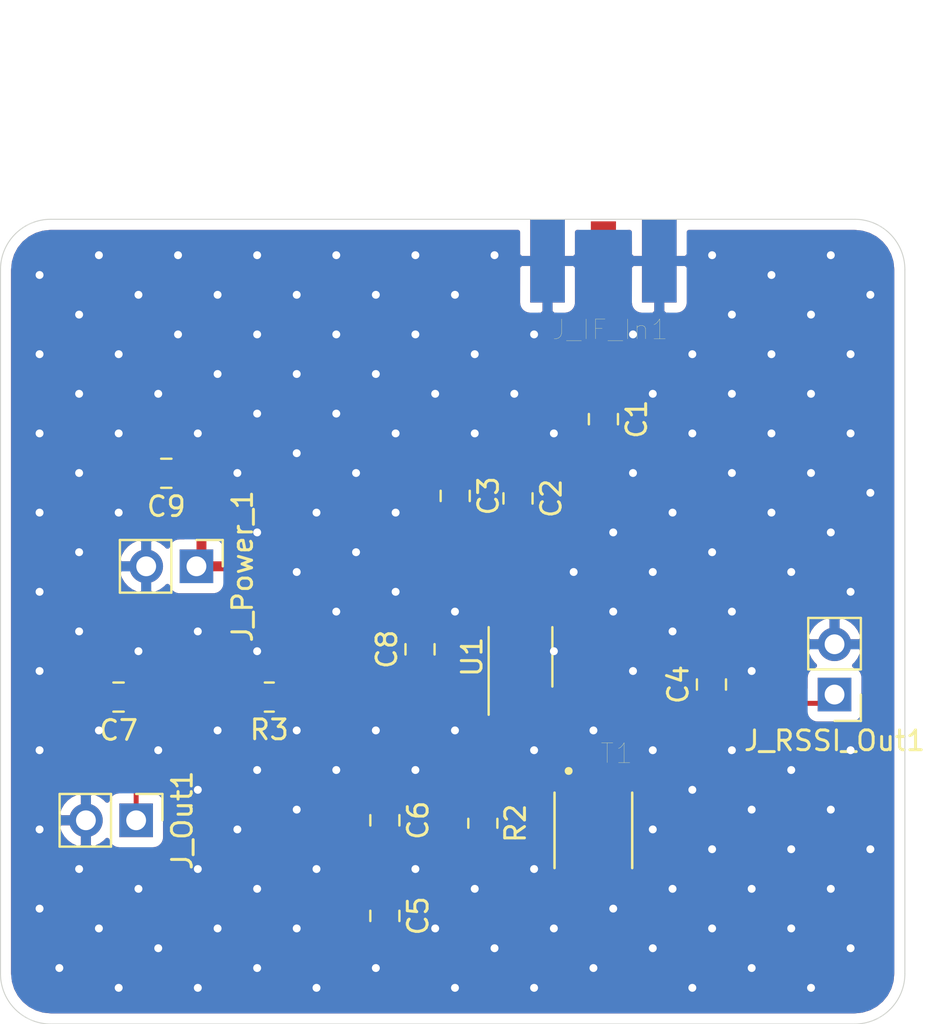
<source format=kicad_pcb>
(kicad_pcb (version 20171130) (host pcbnew "(5.1.9)-1")

  (general
    (thickness 1.6)
    (drawings 8)
    (tracks 199)
    (zones 0)
    (modules 17)
    (nets 12)
  )

  (page A4)
  (layers
    (0 F.Cu signal)
    (31 B.Cu signal)
    (32 B.Adhes user)
    (33 F.Adhes user)
    (34 B.Paste user)
    (35 F.Paste user)
    (36 B.SilkS user)
    (37 F.SilkS user)
    (38 B.Mask user)
    (39 F.Mask user)
    (40 Dwgs.User user)
    (41 Cmts.User user)
    (42 Eco1.User user)
    (43 Eco2.User user)
    (44 Edge.Cuts user)
    (45 Margin user)
    (46 B.CrtYd user)
    (47 F.CrtYd user)
    (48 B.Fab user)
    (49 F.Fab user)
  )

  (setup
    (last_trace_width 0.25)
    (trace_clearance 0.2)
    (zone_clearance 0.508)
    (zone_45_only no)
    (trace_min 0.2)
    (via_size 0.8)
    (via_drill 0.4)
    (via_min_size 0.4)
    (via_min_drill 0.3)
    (uvia_size 0.3)
    (uvia_drill 0.1)
    (uvias_allowed no)
    (uvia_min_size 0.2)
    (uvia_min_drill 0.1)
    (edge_width 0.05)
    (segment_width 0.2)
    (pcb_text_width 0.3)
    (pcb_text_size 1.5 1.5)
    (mod_edge_width 0.12)
    (mod_text_size 1 1)
    (mod_text_width 0.15)
    (pad_size 1.524 1.524)
    (pad_drill 0.762)
    (pad_to_mask_clearance 0)
    (aux_axis_origin 0 0)
    (visible_elements 7FFFFFFF)
    (pcbplotparams
      (layerselection 0x010fc_ffffffff)
      (usegerberextensions false)
      (usegerberattributes true)
      (usegerberadvancedattributes true)
      (creategerberjobfile true)
      (excludeedgelayer true)
      (linewidth 0.100000)
      (plotframeref false)
      (viasonmask false)
      (mode 1)
      (useauxorigin false)
      (hpglpennumber 1)
      (hpglpenspeed 20)
      (hpglpendiameter 15.000000)
      (psnegative false)
      (psa4output false)
      (plotreference true)
      (plotvalue true)
      (plotinvisibletext false)
      (padsonsilk false)
      (subtractmaskfromsilk false)
      (outputformat 1)
      (mirror false)
      (drillshape 1)
      (scaleselection 1)
      (outputdirectory ""))
  )

  (net 0 "")
  (net 1 /IF_In)
  (net 2 "Net-(C1-Pad1)")
  (net 3 /Decoupl1)
  (net 4 GND)
  (net 5 /Decouple2)
  (net 6 /RSSI_Out)
  (net 7 "Net-(C5-Pad1)")
  (net 8 /Quad_Coil)
  (net 9 "Net-(C7-Pad1)")
  (net 10 /+5V)
  (net 11 /Det_Out)

  (net_class Default "This is the default net class."
    (clearance 0.2)
    (trace_width 0.25)
    (via_dia 0.8)
    (via_drill 0.4)
    (uvia_dia 0.3)
    (uvia_drill 0.1)
    (add_net /+5V)
    (add_net /Decoupl1)
    (add_net /Decouple2)
    (add_net /Det_Out)
    (add_net /IF_In)
    (add_net /Quad_Coil)
    (add_net /RSSI_Out)
    (add_net GND)
    (add_net "Net-(C1-Pad1)")
    (add_net "Net-(C5-Pad1)")
    (add_net "Net-(C7-Pad1)")
  )

  (module Connector_PinHeader_2.54mm:PinHeader_1x02_P2.54mm_Vertical (layer F.Cu) (tedit 59FED5CC) (tstamp 602DF1C9)
    (at 115.824 72.263 180)
    (descr "Through hole straight pin header, 1x02, 2.54mm pitch, single row")
    (tags "Through hole pin header THT 1x02 2.54mm single row")
    (path /60313D32)
    (fp_text reference J_RSSI_Out1 (at 0 -2.33) (layer F.SilkS)
      (effects (font (size 1 1) (thickness 0.15)))
    )
    (fp_text value Conn_01x02 (at 0 4.87) (layer F.Fab)
      (effects (font (size 1 1) (thickness 0.15)))
    )
    (fp_line (start 1.8 -1.8) (end -1.8 -1.8) (layer F.CrtYd) (width 0.05))
    (fp_line (start 1.8 4.35) (end 1.8 -1.8) (layer F.CrtYd) (width 0.05))
    (fp_line (start -1.8 4.35) (end 1.8 4.35) (layer F.CrtYd) (width 0.05))
    (fp_line (start -1.8 -1.8) (end -1.8 4.35) (layer F.CrtYd) (width 0.05))
    (fp_line (start -1.33 -1.33) (end 0 -1.33) (layer F.SilkS) (width 0.12))
    (fp_line (start -1.33 0) (end -1.33 -1.33) (layer F.SilkS) (width 0.12))
    (fp_line (start -1.33 1.27) (end 1.33 1.27) (layer F.SilkS) (width 0.12))
    (fp_line (start 1.33 1.27) (end 1.33 3.87) (layer F.SilkS) (width 0.12))
    (fp_line (start -1.33 1.27) (end -1.33 3.87) (layer F.SilkS) (width 0.12))
    (fp_line (start -1.33 3.87) (end 1.33 3.87) (layer F.SilkS) (width 0.12))
    (fp_line (start -1.27 -0.635) (end -0.635 -1.27) (layer F.Fab) (width 0.1))
    (fp_line (start -1.27 3.81) (end -1.27 -0.635) (layer F.Fab) (width 0.1))
    (fp_line (start 1.27 3.81) (end -1.27 3.81) (layer F.Fab) (width 0.1))
    (fp_line (start 1.27 -1.27) (end 1.27 3.81) (layer F.Fab) (width 0.1))
    (fp_line (start -0.635 -1.27) (end 1.27 -1.27) (layer F.Fab) (width 0.1))
    (fp_text user %R (at 0 1.27 90) (layer F.Fab)
      (effects (font (size 1 1) (thickness 0.15)))
    )
    (pad 2 thru_hole oval (at 0 2.54 180) (size 1.7 1.7) (drill 1) (layers *.Cu *.Mask)
      (net 4 GND))
    (pad 1 thru_hole rect (at 0 0 180) (size 1.7 1.7) (drill 1) (layers *.Cu *.Mask)
      (net 6 /RSSI_Out))
    (model ${KISYS3DMOD}/Connector_PinHeader_2.54mm.3dshapes/PinHeader_1x02_P2.54mm_Vertical.wrl
      (at (xyz 0 0 0))
      (scale (xyz 1 1 1))
      (rotate (xyz 0 0 0))
    )
  )

  (module Connector_PinHeader_2.54mm:PinHeader_1x02_P2.54mm_Vertical (layer F.Cu) (tedit 59FED5CC) (tstamp 602DF1B3)
    (at 83.566 65.786 270)
    (descr "Through hole straight pin header, 1x02, 2.54mm pitch, single row")
    (tags "Through hole pin header THT 1x02 2.54mm single row")
    (path /60302DC2)
    (fp_text reference J_Power_1 (at 0 -2.33 90) (layer F.SilkS)
      (effects (font (size 1 1) (thickness 0.15)))
    )
    (fp_text value Conn_01x02 (at 0 4.87 90) (layer F.Fab)
      (effects (font (size 1 1) (thickness 0.15)))
    )
    (fp_line (start 1.8 -1.8) (end -1.8 -1.8) (layer F.CrtYd) (width 0.05))
    (fp_line (start 1.8 4.35) (end 1.8 -1.8) (layer F.CrtYd) (width 0.05))
    (fp_line (start -1.8 4.35) (end 1.8 4.35) (layer F.CrtYd) (width 0.05))
    (fp_line (start -1.8 -1.8) (end -1.8 4.35) (layer F.CrtYd) (width 0.05))
    (fp_line (start -1.33 -1.33) (end 0 -1.33) (layer F.SilkS) (width 0.12))
    (fp_line (start -1.33 0) (end -1.33 -1.33) (layer F.SilkS) (width 0.12))
    (fp_line (start -1.33 1.27) (end 1.33 1.27) (layer F.SilkS) (width 0.12))
    (fp_line (start 1.33 1.27) (end 1.33 3.87) (layer F.SilkS) (width 0.12))
    (fp_line (start -1.33 1.27) (end -1.33 3.87) (layer F.SilkS) (width 0.12))
    (fp_line (start -1.33 3.87) (end 1.33 3.87) (layer F.SilkS) (width 0.12))
    (fp_line (start -1.27 -0.635) (end -0.635 -1.27) (layer F.Fab) (width 0.1))
    (fp_line (start -1.27 3.81) (end -1.27 -0.635) (layer F.Fab) (width 0.1))
    (fp_line (start 1.27 3.81) (end -1.27 3.81) (layer F.Fab) (width 0.1))
    (fp_line (start 1.27 -1.27) (end 1.27 3.81) (layer F.Fab) (width 0.1))
    (fp_line (start -0.635 -1.27) (end 1.27 -1.27) (layer F.Fab) (width 0.1))
    (fp_text user %R (at 0 1.27) (layer F.Fab)
      (effects (font (size 1 1) (thickness 0.15)))
    )
    (pad 2 thru_hole oval (at 0 2.54 270) (size 1.7 1.7) (drill 1) (layers *.Cu *.Mask)
      (net 4 GND))
    (pad 1 thru_hole rect (at 0 0 270) (size 1.7 1.7) (drill 1) (layers *.Cu *.Mask)
      (net 10 /+5V))
    (model ${KISYS3DMOD}/Connector_PinHeader_2.54mm.3dshapes/PinHeader_1x02_P2.54mm_Vertical.wrl
      (at (xyz 0 0 0))
      (scale (xyz 1 1 1))
      (rotate (xyz 0 0 0))
    )
  )

  (module Connector_PinHeader_2.54mm:PinHeader_1x02_P2.54mm_Vertical (layer F.Cu) (tedit 59FED5CC) (tstamp 602DF19D)
    (at 80.518 78.613 270)
    (descr "Through hole straight pin header, 1x02, 2.54mm pitch, single row")
    (tags "Through hole pin header THT 1x02 2.54mm single row")
    (path /602EE5F5)
    (fp_text reference J_Out1 (at 0 -2.33 90) (layer F.SilkS)
      (effects (font (size 1 1) (thickness 0.15)))
    )
    (fp_text value Conn_01x02 (at 0 4.87 90) (layer F.Fab)
      (effects (font (size 1 1) (thickness 0.15)))
    )
    (fp_line (start 1.8 -1.8) (end -1.8 -1.8) (layer F.CrtYd) (width 0.05))
    (fp_line (start 1.8 4.35) (end 1.8 -1.8) (layer F.CrtYd) (width 0.05))
    (fp_line (start -1.8 4.35) (end 1.8 4.35) (layer F.CrtYd) (width 0.05))
    (fp_line (start -1.8 -1.8) (end -1.8 4.35) (layer F.CrtYd) (width 0.05))
    (fp_line (start -1.33 -1.33) (end 0 -1.33) (layer F.SilkS) (width 0.12))
    (fp_line (start -1.33 0) (end -1.33 -1.33) (layer F.SilkS) (width 0.12))
    (fp_line (start -1.33 1.27) (end 1.33 1.27) (layer F.SilkS) (width 0.12))
    (fp_line (start 1.33 1.27) (end 1.33 3.87) (layer F.SilkS) (width 0.12))
    (fp_line (start -1.33 1.27) (end -1.33 3.87) (layer F.SilkS) (width 0.12))
    (fp_line (start -1.33 3.87) (end 1.33 3.87) (layer F.SilkS) (width 0.12))
    (fp_line (start -1.27 -0.635) (end -0.635 -1.27) (layer F.Fab) (width 0.1))
    (fp_line (start -1.27 3.81) (end -1.27 -0.635) (layer F.Fab) (width 0.1))
    (fp_line (start 1.27 3.81) (end -1.27 3.81) (layer F.Fab) (width 0.1))
    (fp_line (start 1.27 -1.27) (end 1.27 3.81) (layer F.Fab) (width 0.1))
    (fp_line (start -0.635 -1.27) (end 1.27 -1.27) (layer F.Fab) (width 0.1))
    (fp_text user %R (at 0 1.27) (layer F.Fab)
      (effects (font (size 1 1) (thickness 0.15)))
    )
    (pad 2 thru_hole oval (at 0 2.54 270) (size 1.7 1.7) (drill 1) (layers *.Cu *.Mask)
      (net 4 GND))
    (pad 1 thru_hole rect (at 0 0 270) (size 1.7 1.7) (drill 1) (layers *.Cu *.Mask)
      (net 9 "Net-(C7-Pad1)"))
    (model ${KISYS3DMOD}/Connector_PinHeader_2.54mm.3dshapes/PinHeader_1x02_P2.54mm_Vertical.wrl
      (at (xyz 0 0 0))
      (scale (xyz 1 1 1))
      (rotate (xyz 0 0 0))
    )
  )

  (module AdditionalLibs:SAMTEC_SMA-J-P-H-ST-EM1 (layer F.Cu) (tedit 60249D12) (tstamp 602DEC66)
    (at 104.14 50.165 180)
    (path /6031ACB6)
    (fp_text reference J_IF_In1 (at -0.34105 -3.66967) (layer F.SilkS)
      (effects (font (size 1 1) (thickness 0.015)))
    )
    (fp_text value SMA-J-P-H-ST-EM1 (at 11.20429 12.3677) (layer F.Fab)
      (effects (font (size 1 1) (thickness 0.015)))
    )
    (fp_line (start -3.75 2.15) (end -3.75 -2.55) (layer F.CrtYd) (width 0.05))
    (fp_line (start -3.415 2.15) (end -3.75 2.15) (layer F.CrtYd) (width 0.05))
    (fp_line (start -3.415 11.67) (end -3.415 2.15) (layer F.CrtYd) (width 0.05))
    (fp_line (start 3.415 11.67) (end -3.415 11.67) (layer F.CrtYd) (width 0.05))
    (fp_line (start 3.415 2.15) (end 3.415 11.67) (layer F.CrtYd) (width 0.05))
    (fp_line (start 3.75 2.15) (end 3.415 2.15) (layer F.CrtYd) (width 0.05))
    (fp_line (start 3.75 -2.55) (end 3.75 2.15) (layer F.CrtYd) (width 0.05))
    (fp_line (start -3.75 -2.55) (end 3.75 -2.55) (layer F.CrtYd) (width 0.05))
    (fp_line (start 3.175 -1.91) (end 3.165 1.9) (layer F.Fab) (width 0.1))
    (fp_line (start -3.175 -1.91) (end 3.175 -1.91) (layer F.Fab) (width 0.1))
    (fp_line (start -3.165 1.9) (end -3.175 -1.91) (layer F.Fab) (width 0.1))
    (fp_line (start 3.165 1.9) (end 5 1.9) (layer F.Fab) (width 0.1))
    (fp_line (start -3.165 1.9) (end 3.165 1.9) (layer F.Fab) (width 0.1))
    (fp_line (start -5 1.9) (end -3.165 1.9) (layer F.Fab) (width 0.1))
    (fp_line (start -3.165 11.42) (end -3.165 1.9) (layer F.Fab) (width 0.1))
    (fp_line (start 3.165 11.42) (end -3.165 11.42) (layer F.Fab) (width 0.1))
    (fp_line (start 3.165 1.9) (end 3.165 11.42) (layer F.Fab) (width 0.1))
    (fp_text user PCB~EDGE (at 4.30403 1.70159) (layer F.Fab)
      (effects (font (size 0.48 0.48) (thickness 0.015)))
    )
    (pad 3_2 smd rect (at 2.825 -0.2 180) (size 1.75 4.2) (layers B.Cu B.Paste B.Mask)
      (net 4 GND))
    (pad 2_2 smd rect (at -2.825 -0.2 180) (size 1.75 4.2) (layers B.Cu B.Paste B.Mask)
      (net 4 GND))
    (pad 3_1 smd rect (at 2.825 -0.2 180) (size 1.75 4.2) (layers F.Cu F.Paste F.Mask)
      (net 4 GND))
    (pad 2_1 smd rect (at -2.825 -0.2 180) (size 1.75 4.2) (layers F.Cu F.Paste F.Mask)
      (net 4 GND))
    (pad 1 smd rect (at 0 0 180) (size 1.27 3.6) (layers F.Cu F.Paste F.Mask)
      (net 2 "Net-(C1-Pad1)"))
  )

  (module Package_SO:MSOP-8_3x3mm_P0.65mm (layer F.Cu) (tedit 5E509FDD) (tstamp 602DECB7)
    (at 99.949 70.358 90)
    (descr "MSOP, 8 Pin (https://www.jedec.org/system/files/docs/mo-187F.pdf variant AA), generated with kicad-footprint-generator ipc_gullwing_generator.py")
    (tags "MSOP SO")
    (path /602DB281)
    (attr smd)
    (fp_text reference U1 (at 0 -2.45 90) (layer F.SilkS)
      (effects (font (size 1 1) (thickness 0.15)))
    )
    (fp_text value NJM14570RB1-TE1 (at 0 2.45 90) (layer F.Fab)
      (effects (font (size 1 1) (thickness 0.15)))
    )
    (fp_line (start 0 1.61) (end 1.5 1.61) (layer F.SilkS) (width 0.12))
    (fp_line (start 0 1.61) (end -1.5 1.61) (layer F.SilkS) (width 0.12))
    (fp_line (start 0 -1.61) (end 1.5 -1.61) (layer F.SilkS) (width 0.12))
    (fp_line (start 0 -1.61) (end -2.925 -1.61) (layer F.SilkS) (width 0.12))
    (fp_line (start -0.75 -1.5) (end 1.5 -1.5) (layer F.Fab) (width 0.1))
    (fp_line (start 1.5 -1.5) (end 1.5 1.5) (layer F.Fab) (width 0.1))
    (fp_line (start 1.5 1.5) (end -1.5 1.5) (layer F.Fab) (width 0.1))
    (fp_line (start -1.5 1.5) (end -1.5 -0.75) (layer F.Fab) (width 0.1))
    (fp_line (start -1.5 -0.75) (end -0.75 -1.5) (layer F.Fab) (width 0.1))
    (fp_line (start -3.18 -1.75) (end -3.18 1.75) (layer F.CrtYd) (width 0.05))
    (fp_line (start -3.18 1.75) (end 3.18 1.75) (layer F.CrtYd) (width 0.05))
    (fp_line (start 3.18 1.75) (end 3.18 -1.75) (layer F.CrtYd) (width 0.05))
    (fp_line (start 3.18 -1.75) (end -3.18 -1.75) (layer F.CrtYd) (width 0.05))
    (fp_text user %R (at -0.039 -0.389 90) (layer F.Fab)
      (effects (font (size 0.75 0.75) (thickness 0.11)))
    )
    (pad 8 smd roundrect (at 2.1125 -0.975 90) (size 1.625 0.4) (layers F.Cu F.Paste F.Mask) (roundrect_rratio 0.25)
      (net 5 /Decouple2))
    (pad 7 smd roundrect (at 2.1125 -0.325 90) (size 1.625 0.4) (layers F.Cu F.Paste F.Mask) (roundrect_rratio 0.25)
      (net 3 /Decoupl1))
    (pad 6 smd roundrect (at 2.1125 0.325 90) (size 1.625 0.4) (layers F.Cu F.Paste F.Mask) (roundrect_rratio 0.25)
      (net 4 GND))
    (pad 5 smd roundrect (at 2.1125 0.975 90) (size 1.625 0.4) (layers F.Cu F.Paste F.Mask) (roundrect_rratio 0.25)
      (net 1 /IF_In))
    (pad 4 smd roundrect (at -2.1125 0.975 90) (size 1.625 0.4) (layers F.Cu F.Paste F.Mask) (roundrect_rratio 0.25)
      (net 6 /RSSI_Out))
    (pad 3 smd roundrect (at -2.1125 0.325 90) (size 1.625 0.4) (layers F.Cu F.Paste F.Mask) (roundrect_rratio 0.25)
      (net 10 /+5V))
    (pad 2 smd roundrect (at -2.1125 -0.325 90) (size 1.625 0.4) (layers F.Cu F.Paste F.Mask) (roundrect_rratio 0.25)
      (net 8 /Quad_Coil))
    (pad 1 smd roundrect (at -2.1125 -0.975 90) (size 1.625 0.4) (layers F.Cu F.Paste F.Mask) (roundrect_rratio 0.25)
      (net 11 /Det_Out))
    (model ${KISYS3DMOD}/Package_SO.3dshapes/MSOP-8_3x3mm_P0.65mm.wrl
      (at (xyz 0 0 0))
      (scale (xyz 1 1 1))
      (rotate (xyz 0 0 0))
    )
  )

  (module AdditionalLibs:XFMR_TC1-1-13M+ (layer F.Cu) (tedit 600B8796) (tstamp 602DEC9D)
    (at 103.632 79.121)
    (path /602E33A2)
    (fp_text reference T1 (at 1.175 -3.885) (layer F.SilkS)
      (effects (font (size 1 1) (thickness 0.015)))
    )
    (fp_text value TC1-1-13M+ (at 7.525 3.885) (layer F.Fab)
      (effects (font (size 1 1) (thickness 0.015)))
    )
    (fp_line (start 1.9635 -1.905) (end 1.9635 1.905) (layer F.SilkS) (width 0.127))
    (fp_line (start 1.905 1.905) (end -1.905 1.905) (layer F.Fab) (width 0.127))
    (fp_line (start -1.9635 1.905) (end -1.9635 -1.905) (layer F.SilkS) (width 0.127))
    (fp_line (start -1.905 -1.905) (end 1.905 -1.905) (layer F.Fab) (width 0.127))
    (fp_circle (center -1.25 -3) (end -1.15 -3) (layer F.SilkS) (width 0.2))
    (fp_circle (center -1.25 -3) (end -1.15 -3) (layer F.Fab) (width 0.2))
    (fp_line (start -2.155 -2.665) (end 2.155 -2.665) (layer F.CrtYd) (width 0.05))
    (fp_line (start 2.155 -2.665) (end 2.155 2.665) (layer F.CrtYd) (width 0.05))
    (fp_line (start 2.155 2.665) (end -2.155 2.665) (layer F.CrtYd) (width 0.05))
    (fp_line (start -2.155 2.665) (end -2.155 -2.665) (layer F.CrtYd) (width 0.05))
    (fp_line (start -1.905 -1.905) (end -1.905 1.905) (layer F.Fab) (width 0.127))
    (fp_line (start 1.905 -1.905) (end 1.905 1.905) (layer F.Fab) (width 0.127))
    (pad 4 smd rect (at 1.27 1.59) (size 0.76 1.65) (layers F.Cu F.Paste F.Mask)
      (net 4 GND))
    (pad 6 smd rect (at -1.27 1.59) (size 0.76 1.65) (layers F.Cu F.Paste F.Mask)
      (net 7 "Net-(C5-Pad1)"))
    (pad 1 smd rect (at -1.27 -1.59) (size 0.76 1.65) (layers F.Cu F.Paste F.Mask)
      (net 8 /Quad_Coil))
    (pad 2 smd rect (at 0 -1.59) (size 0.76 1.65) (layers F.Cu F.Paste F.Mask))
    (pad 3 smd rect (at 1.27 -1.59) (size 0.76 1.65) (layers F.Cu F.Paste F.Mask)
      (net 4 GND))
  )

  (module Resistor_SMD:R_0805_2012Metric (layer F.Cu) (tedit 5F68FEEE) (tstamp 602DEC88)
    (at 87.249 72.39 180)
    (descr "Resistor SMD 0805 (2012 Metric), square (rectangular) end terminal, IPC_7351 nominal, (Body size source: IPC-SM-782 page 72, https://www.pcb-3d.com/wordpress/wp-content/uploads/ipc-sm-782a_amendment_1_and_2.pdf), generated with kicad-footprint-generator")
    (tags resistor)
    (path /60321954)
    (attr smd)
    (fp_text reference R3 (at 0 -1.65) (layer F.SilkS)
      (effects (font (size 1 1) (thickness 0.15)))
    )
    (fp_text value 8.2k (at 0 1.65) (layer F.Fab)
      (effects (font (size 1 1) (thickness 0.15)))
    )
    (fp_line (start -1 0.625) (end -1 -0.625) (layer F.Fab) (width 0.1))
    (fp_line (start -1 -0.625) (end 1 -0.625) (layer F.Fab) (width 0.1))
    (fp_line (start 1 -0.625) (end 1 0.625) (layer F.Fab) (width 0.1))
    (fp_line (start 1 0.625) (end -1 0.625) (layer F.Fab) (width 0.1))
    (fp_line (start -0.227064 -0.735) (end 0.227064 -0.735) (layer F.SilkS) (width 0.12))
    (fp_line (start -0.227064 0.735) (end 0.227064 0.735) (layer F.SilkS) (width 0.12))
    (fp_line (start -1.68 0.95) (end -1.68 -0.95) (layer F.CrtYd) (width 0.05))
    (fp_line (start -1.68 -0.95) (end 1.68 -0.95) (layer F.CrtYd) (width 0.05))
    (fp_line (start 1.68 -0.95) (end 1.68 0.95) (layer F.CrtYd) (width 0.05))
    (fp_line (start 1.68 0.95) (end -1.68 0.95) (layer F.CrtYd) (width 0.05))
    (fp_text user %R (at 0 0) (layer F.Fab)
      (effects (font (size 0.5 0.5) (thickness 0.08)))
    )
    (pad 2 smd roundrect (at 0.9125 0 180) (size 1.025 1.4) (layers F.Cu F.Paste F.Mask) (roundrect_rratio 0.243902)
      (net 9 "Net-(C7-Pad1)"))
    (pad 1 smd roundrect (at -0.9125 0 180) (size 1.025 1.4) (layers F.Cu F.Paste F.Mask) (roundrect_rratio 0.243902)
      (net 11 /Det_Out))
    (model ${KISYS3DMOD}/Resistor_SMD.3dshapes/R_0805_2012Metric.wrl
      (at (xyz 0 0 0))
      (scale (xyz 1 1 1))
      (rotate (xyz 0 0 0))
    )
  )

  (module Resistor_SMD:R_0805_2012Metric (layer F.Cu) (tedit 5F68FEEE) (tstamp 602DEC77)
    (at 98.044 78.7635 270)
    (descr "Resistor SMD 0805 (2012 Metric), square (rectangular) end terminal, IPC_7351 nominal, (Body size source: IPC-SM-782 page 72, https://www.pcb-3d.com/wordpress/wp-content/uploads/ipc-sm-782a_amendment_1_and_2.pdf), generated with kicad-footprint-generator")
    (tags resistor)
    (path /602E12F1)
    (attr smd)
    (fp_text reference R2 (at 0 -1.65 90) (layer F.SilkS)
      (effects (font (size 1 1) (thickness 0.15)))
    )
    (fp_text value 2.7k (at 0 1.65 90) (layer F.Fab)
      (effects (font (size 1 1) (thickness 0.15)))
    )
    (fp_line (start -1 0.625) (end -1 -0.625) (layer F.Fab) (width 0.1))
    (fp_line (start -1 -0.625) (end 1 -0.625) (layer F.Fab) (width 0.1))
    (fp_line (start 1 -0.625) (end 1 0.625) (layer F.Fab) (width 0.1))
    (fp_line (start 1 0.625) (end -1 0.625) (layer F.Fab) (width 0.1))
    (fp_line (start -0.227064 -0.735) (end 0.227064 -0.735) (layer F.SilkS) (width 0.12))
    (fp_line (start -0.227064 0.735) (end 0.227064 0.735) (layer F.SilkS) (width 0.12))
    (fp_line (start -1.68 0.95) (end -1.68 -0.95) (layer F.CrtYd) (width 0.05))
    (fp_line (start -1.68 -0.95) (end 1.68 -0.95) (layer F.CrtYd) (width 0.05))
    (fp_line (start 1.68 -0.95) (end 1.68 0.95) (layer F.CrtYd) (width 0.05))
    (fp_line (start 1.68 0.95) (end -1.68 0.95) (layer F.CrtYd) (width 0.05))
    (fp_text user %R (at 0 0 90) (layer F.Fab)
      (effects (font (size 0.5 0.5) (thickness 0.08)))
    )
    (pad 2 smd roundrect (at 0.9125 0 270) (size 1.025 1.4) (layers F.Cu F.Paste F.Mask) (roundrect_rratio 0.243902)
      (net 7 "Net-(C5-Pad1)"))
    (pad 1 smd roundrect (at -0.9125 0 270) (size 1.025 1.4) (layers F.Cu F.Paste F.Mask) (roundrect_rratio 0.243902)
      (net 8 /Quad_Coil))
    (model ${KISYS3DMOD}/Resistor_SMD.3dshapes/R_0805_2012Metric.wrl
      (at (xyz 0 0 0))
      (scale (xyz 1 1 1))
      (rotate (xyz 0 0 0))
    )
  )

  (module Capacitor_SMD:C_0805_2012Metric (layer F.Cu) (tedit 5F68FEEE) (tstamp 602DEC4B)
    (at 82.042 61.087 180)
    (descr "Capacitor SMD 0805 (2012 Metric), square (rectangular) end terminal, IPC_7351 nominal, (Body size source: IPC-SM-782 page 76, https://www.pcb-3d.com/wordpress/wp-content/uploads/ipc-sm-782a_amendment_1_and_2.pdf, https://docs.google.com/spreadsheets/d/1BsfQQcO9C6DZCsRaXUlFlo91Tg2WpOkGARC1WS5S8t0/edit?usp=sharing), generated with kicad-footprint-generator")
    (tags capacitor)
    (path /6030DF90)
    (attr smd)
    (fp_text reference C9 (at 0 -1.68) (layer F.SilkS)
      (effects (font (size 1 1) (thickness 0.15)))
    )
    (fp_text value 4.7uF (at 0 1.68) (layer F.Fab)
      (effects (font (size 1 1) (thickness 0.15)))
    )
    (fp_line (start -1 0.625) (end -1 -0.625) (layer F.Fab) (width 0.1))
    (fp_line (start -1 -0.625) (end 1 -0.625) (layer F.Fab) (width 0.1))
    (fp_line (start 1 -0.625) (end 1 0.625) (layer F.Fab) (width 0.1))
    (fp_line (start 1 0.625) (end -1 0.625) (layer F.Fab) (width 0.1))
    (fp_line (start -0.261252 -0.735) (end 0.261252 -0.735) (layer F.SilkS) (width 0.12))
    (fp_line (start -0.261252 0.735) (end 0.261252 0.735) (layer F.SilkS) (width 0.12))
    (fp_line (start -1.7 0.98) (end -1.7 -0.98) (layer F.CrtYd) (width 0.05))
    (fp_line (start -1.7 -0.98) (end 1.7 -0.98) (layer F.CrtYd) (width 0.05))
    (fp_line (start 1.7 -0.98) (end 1.7 0.98) (layer F.CrtYd) (width 0.05))
    (fp_line (start 1.7 0.98) (end -1.7 0.98) (layer F.CrtYd) (width 0.05))
    (fp_text user %R (at 0 0) (layer F.Fab)
      (effects (font (size 0.5 0.5) (thickness 0.08)))
    )
    (pad 2 smd roundrect (at 0.95 0 180) (size 1 1.45) (layers F.Cu F.Paste F.Mask) (roundrect_rratio 0.25)
      (net 4 GND))
    (pad 1 smd roundrect (at -0.95 0 180) (size 1 1.45) (layers F.Cu F.Paste F.Mask) (roundrect_rratio 0.25)
      (net 10 /+5V))
    (model ${KISYS3DMOD}/Capacitor_SMD.3dshapes/C_0805_2012Metric.wrl
      (at (xyz 0 0 0))
      (scale (xyz 1 1 1))
      (rotate (xyz 0 0 0))
    )
  )

  (module Capacitor_SMD:C_0805_2012Metric (layer F.Cu) (tedit 5F68FEEE) (tstamp 602DEC3A)
    (at 94.869 69.977 90)
    (descr "Capacitor SMD 0805 (2012 Metric), square (rectangular) end terminal, IPC_7351 nominal, (Body size source: IPC-SM-782 page 76, https://www.pcb-3d.com/wordpress/wp-content/uploads/ipc-sm-782a_amendment_1_and_2.pdf, https://docs.google.com/spreadsheets/d/1BsfQQcO9C6DZCsRaXUlFlo91Tg2WpOkGARC1WS5S8t0/edit?usp=sharing), generated with kicad-footprint-generator")
    (tags capacitor)
    (path /60310961)
    (attr smd)
    (fp_text reference C8 (at 0 -1.68 90) (layer F.SilkS)
      (effects (font (size 1 1) (thickness 0.15)))
    )
    (fp_text value .01uF (at 0 1.68 90) (layer F.Fab)
      (effects (font (size 1 1) (thickness 0.15)))
    )
    (fp_line (start -1 0.625) (end -1 -0.625) (layer F.Fab) (width 0.1))
    (fp_line (start -1 -0.625) (end 1 -0.625) (layer F.Fab) (width 0.1))
    (fp_line (start 1 -0.625) (end 1 0.625) (layer F.Fab) (width 0.1))
    (fp_line (start 1 0.625) (end -1 0.625) (layer F.Fab) (width 0.1))
    (fp_line (start -0.261252 -0.735) (end 0.261252 -0.735) (layer F.SilkS) (width 0.12))
    (fp_line (start -0.261252 0.735) (end 0.261252 0.735) (layer F.SilkS) (width 0.12))
    (fp_line (start -1.7 0.98) (end -1.7 -0.98) (layer F.CrtYd) (width 0.05))
    (fp_line (start -1.7 -0.98) (end 1.7 -0.98) (layer F.CrtYd) (width 0.05))
    (fp_line (start 1.7 -0.98) (end 1.7 0.98) (layer F.CrtYd) (width 0.05))
    (fp_line (start 1.7 0.98) (end -1.7 0.98) (layer F.CrtYd) (width 0.05))
    (fp_text user %R (at 0 0 90) (layer F.Fab)
      (effects (font (size 0.5 0.5) (thickness 0.08)))
    )
    (pad 2 smd roundrect (at 0.95 0 90) (size 1 1.45) (layers F.Cu F.Paste F.Mask) (roundrect_rratio 0.25)
      (net 4 GND))
    (pad 1 smd roundrect (at -0.95 0 90) (size 1 1.45) (layers F.Cu F.Paste F.Mask) (roundrect_rratio 0.25)
      (net 10 /+5V))
    (model ${KISYS3DMOD}/Capacitor_SMD.3dshapes/C_0805_2012Metric.wrl
      (at (xyz 0 0 0))
      (scale (xyz 1 1 1))
      (rotate (xyz 0 0 0))
    )
  )

  (module Capacitor_SMD:C_0805_2012Metric (layer F.Cu) (tedit 5F68FEEE) (tstamp 602DEC29)
    (at 79.629 72.39 180)
    (descr "Capacitor SMD 0805 (2012 Metric), square (rectangular) end terminal, IPC_7351 nominal, (Body size source: IPC-SM-782 page 76, https://www.pcb-3d.com/wordpress/wp-content/uploads/ipc-sm-782a_amendment_1_and_2.pdf, https://docs.google.com/spreadsheets/d/1BsfQQcO9C6DZCsRaXUlFlo91Tg2WpOkGARC1WS5S8t0/edit?usp=sharing), generated with kicad-footprint-generator")
    (tags capacitor)
    (path /60318A7A)
    (attr smd)
    (fp_text reference C7 (at 0 -1.68) (layer F.SilkS)
      (effects (font (size 1 1) (thickness 0.15)))
    )
    (fp_text value .01uF (at 0 1.68) (layer F.Fab)
      (effects (font (size 1 1) (thickness 0.15)))
    )
    (fp_line (start -1 0.625) (end -1 -0.625) (layer F.Fab) (width 0.1))
    (fp_line (start -1 -0.625) (end 1 -0.625) (layer F.Fab) (width 0.1))
    (fp_line (start 1 -0.625) (end 1 0.625) (layer F.Fab) (width 0.1))
    (fp_line (start 1 0.625) (end -1 0.625) (layer F.Fab) (width 0.1))
    (fp_line (start -0.261252 -0.735) (end 0.261252 -0.735) (layer F.SilkS) (width 0.12))
    (fp_line (start -0.261252 0.735) (end 0.261252 0.735) (layer F.SilkS) (width 0.12))
    (fp_line (start -1.7 0.98) (end -1.7 -0.98) (layer F.CrtYd) (width 0.05))
    (fp_line (start -1.7 -0.98) (end 1.7 -0.98) (layer F.CrtYd) (width 0.05))
    (fp_line (start 1.7 -0.98) (end 1.7 0.98) (layer F.CrtYd) (width 0.05))
    (fp_line (start 1.7 0.98) (end -1.7 0.98) (layer F.CrtYd) (width 0.05))
    (fp_text user %R (at 0 0) (layer F.Fab)
      (effects (font (size 0.5 0.5) (thickness 0.08)))
    )
    (pad 2 smd roundrect (at 0.95 0 180) (size 1 1.45) (layers F.Cu F.Paste F.Mask) (roundrect_rratio 0.25)
      (net 4 GND))
    (pad 1 smd roundrect (at -0.95 0 180) (size 1 1.45) (layers F.Cu F.Paste F.Mask) (roundrect_rratio 0.25)
      (net 9 "Net-(C7-Pad1)"))
    (model ${KISYS3DMOD}/Capacitor_SMD.3dshapes/C_0805_2012Metric.wrl
      (at (xyz 0 0 0))
      (scale (xyz 1 1 1))
      (rotate (xyz 0 0 0))
    )
  )

  (module Capacitor_SMD:C_0805_2012Metric (layer F.Cu) (tedit 5F68FEEE) (tstamp 602DEC18)
    (at 93.091 78.613 270)
    (descr "Capacitor SMD 0805 (2012 Metric), square (rectangular) end terminal, IPC_7351 nominal, (Body size source: IPC-SM-782 page 76, https://www.pcb-3d.com/wordpress/wp-content/uploads/ipc-sm-782a_amendment_1_and_2.pdf, https://docs.google.com/spreadsheets/d/1BsfQQcO9C6DZCsRaXUlFlo91Tg2WpOkGARC1WS5S8t0/edit?usp=sharing), generated with kicad-footprint-generator")
    (tags capacitor)
    (path /602E22FD)
    (attr smd)
    (fp_text reference C6 (at 0 -1.68 90) (layer F.SilkS)
      (effects (font (size 1 1) (thickness 0.15)))
    )
    (fp_text value 82pF (at 0 1.68 90) (layer F.Fab)
      (effects (font (size 1 1) (thickness 0.15)))
    )
    (fp_line (start -1 0.625) (end -1 -0.625) (layer F.Fab) (width 0.1))
    (fp_line (start -1 -0.625) (end 1 -0.625) (layer F.Fab) (width 0.1))
    (fp_line (start 1 -0.625) (end 1 0.625) (layer F.Fab) (width 0.1))
    (fp_line (start 1 0.625) (end -1 0.625) (layer F.Fab) (width 0.1))
    (fp_line (start -0.261252 -0.735) (end 0.261252 -0.735) (layer F.SilkS) (width 0.12))
    (fp_line (start -0.261252 0.735) (end 0.261252 0.735) (layer F.SilkS) (width 0.12))
    (fp_line (start -1.7 0.98) (end -1.7 -0.98) (layer F.CrtYd) (width 0.05))
    (fp_line (start -1.7 -0.98) (end 1.7 -0.98) (layer F.CrtYd) (width 0.05))
    (fp_line (start 1.7 -0.98) (end 1.7 0.98) (layer F.CrtYd) (width 0.05))
    (fp_line (start 1.7 0.98) (end -1.7 0.98) (layer F.CrtYd) (width 0.05))
    (fp_text user %R (at 0 0 90) (layer F.Fab)
      (effects (font (size 0.5 0.5) (thickness 0.08)))
    )
    (pad 2 smd roundrect (at 0.95 0 270) (size 1 1.45) (layers F.Cu F.Paste F.Mask) (roundrect_rratio 0.25)
      (net 7 "Net-(C5-Pad1)"))
    (pad 1 smd roundrect (at -0.95 0 270) (size 1 1.45) (layers F.Cu F.Paste F.Mask) (roundrect_rratio 0.25)
      (net 8 /Quad_Coil))
    (model ${KISYS3DMOD}/Capacitor_SMD.3dshapes/C_0805_2012Metric.wrl
      (at (xyz 0 0 0))
      (scale (xyz 1 1 1))
      (rotate (xyz 0 0 0))
    )
  )

  (module Capacitor_SMD:C_0805_2012Metric (layer F.Cu) (tedit 5F68FEEE) (tstamp 602DEC07)
    (at 93.091 83.439 270)
    (descr "Capacitor SMD 0805 (2012 Metric), square (rectangular) end terminal, IPC_7351 nominal, (Body size source: IPC-SM-782 page 76, https://www.pcb-3d.com/wordpress/wp-content/uploads/ipc-sm-782a_amendment_1_and_2.pdf, https://docs.google.com/spreadsheets/d/1BsfQQcO9C6DZCsRaXUlFlo91Tg2WpOkGARC1WS5S8t0/edit?usp=sharing), generated with kicad-footprint-generator")
    (tags capacitor)
    (path /602E7681)
    (attr smd)
    (fp_text reference C5 (at 0 -1.68 90) (layer F.SilkS)
      (effects (font (size 1 1) (thickness 0.15)))
    )
    (fp_text value .01uF (at 0 1.68 90) (layer F.Fab)
      (effects (font (size 1 1) (thickness 0.15)))
    )
    (fp_line (start -1 0.625) (end -1 -0.625) (layer F.Fab) (width 0.1))
    (fp_line (start -1 -0.625) (end 1 -0.625) (layer F.Fab) (width 0.1))
    (fp_line (start 1 -0.625) (end 1 0.625) (layer F.Fab) (width 0.1))
    (fp_line (start 1 0.625) (end -1 0.625) (layer F.Fab) (width 0.1))
    (fp_line (start -0.261252 -0.735) (end 0.261252 -0.735) (layer F.SilkS) (width 0.12))
    (fp_line (start -0.261252 0.735) (end 0.261252 0.735) (layer F.SilkS) (width 0.12))
    (fp_line (start -1.7 0.98) (end -1.7 -0.98) (layer F.CrtYd) (width 0.05))
    (fp_line (start -1.7 -0.98) (end 1.7 -0.98) (layer F.CrtYd) (width 0.05))
    (fp_line (start 1.7 -0.98) (end 1.7 0.98) (layer F.CrtYd) (width 0.05))
    (fp_line (start 1.7 0.98) (end -1.7 0.98) (layer F.CrtYd) (width 0.05))
    (fp_text user %R (at 0 0 90) (layer F.Fab)
      (effects (font (size 0.5 0.5) (thickness 0.08)))
    )
    (pad 2 smd roundrect (at 0.95 0 270) (size 1 1.45) (layers F.Cu F.Paste F.Mask) (roundrect_rratio 0.25)
      (net 4 GND))
    (pad 1 smd roundrect (at -0.95 0 270) (size 1 1.45) (layers F.Cu F.Paste F.Mask) (roundrect_rratio 0.25)
      (net 7 "Net-(C5-Pad1)"))
    (model ${KISYS3DMOD}/Capacitor_SMD.3dshapes/C_0805_2012Metric.wrl
      (at (xyz 0 0 0))
      (scale (xyz 1 1 1))
      (rotate (xyz 0 0 0))
    )
  )

  (module Capacitor_SMD:C_0805_2012Metric (layer F.Cu) (tedit 5F68FEEE) (tstamp 602DEBF6)
    (at 109.601 71.755 90)
    (descr "Capacitor SMD 0805 (2012 Metric), square (rectangular) end terminal, IPC_7351 nominal, (Body size source: IPC-SM-782 page 76, https://www.pcb-3d.com/wordpress/wp-content/uploads/ipc-sm-782a_amendment_1_and_2.pdf, https://docs.google.com/spreadsheets/d/1BsfQQcO9C6DZCsRaXUlFlo91Tg2WpOkGARC1WS5S8t0/edit?usp=sharing), generated with kicad-footprint-generator")
    (tags capacitor)
    (path /60310E73)
    (attr smd)
    (fp_text reference C4 (at 0 -1.68 90) (layer F.SilkS)
      (effects (font (size 1 1) (thickness 0.15)))
    )
    (fp_text value 1000pF (at 0 1.68 90) (layer F.Fab)
      (effects (font (size 1 1) (thickness 0.15)))
    )
    (fp_line (start -1 0.625) (end -1 -0.625) (layer F.Fab) (width 0.1))
    (fp_line (start -1 -0.625) (end 1 -0.625) (layer F.Fab) (width 0.1))
    (fp_line (start 1 -0.625) (end 1 0.625) (layer F.Fab) (width 0.1))
    (fp_line (start 1 0.625) (end -1 0.625) (layer F.Fab) (width 0.1))
    (fp_line (start -0.261252 -0.735) (end 0.261252 -0.735) (layer F.SilkS) (width 0.12))
    (fp_line (start -0.261252 0.735) (end 0.261252 0.735) (layer F.SilkS) (width 0.12))
    (fp_line (start -1.7 0.98) (end -1.7 -0.98) (layer F.CrtYd) (width 0.05))
    (fp_line (start -1.7 -0.98) (end 1.7 -0.98) (layer F.CrtYd) (width 0.05))
    (fp_line (start 1.7 -0.98) (end 1.7 0.98) (layer F.CrtYd) (width 0.05))
    (fp_line (start 1.7 0.98) (end -1.7 0.98) (layer F.CrtYd) (width 0.05))
    (fp_text user %R (at 0 0 90) (layer F.Fab)
      (effects (font (size 0.5 0.5) (thickness 0.08)))
    )
    (pad 2 smd roundrect (at 0.95 0 90) (size 1 1.45) (layers F.Cu F.Paste F.Mask) (roundrect_rratio 0.25)
      (net 4 GND))
    (pad 1 smd roundrect (at -0.95 0 90) (size 1 1.45) (layers F.Cu F.Paste F.Mask) (roundrect_rratio 0.25)
      (net 6 /RSSI_Out))
    (model ${KISYS3DMOD}/Capacitor_SMD.3dshapes/C_0805_2012Metric.wrl
      (at (xyz 0 0 0))
      (scale (xyz 1 1 1))
      (rotate (xyz 0 0 0))
    )
  )

  (module Capacitor_SMD:C_0805_2012Metric (layer F.Cu) (tedit 5F68FEEE) (tstamp 602DEBE5)
    (at 96.647 62.23 270)
    (descr "Capacitor SMD 0805 (2012 Metric), square (rectangular) end terminal, IPC_7351 nominal, (Body size source: IPC-SM-782 page 76, https://www.pcb-3d.com/wordpress/wp-content/uploads/ipc-sm-782a_amendment_1_and_2.pdf, https://docs.google.com/spreadsheets/d/1BsfQQcO9C6DZCsRaXUlFlo91Tg2WpOkGARC1WS5S8t0/edit?usp=sharing), generated with kicad-footprint-generator")
    (tags capacitor)
    (path /602DC432)
    (attr smd)
    (fp_text reference C3 (at 0 -1.68 90) (layer F.SilkS)
      (effects (font (size 1 1) (thickness 0.15)))
    )
    (fp_text value .01uF (at 0 1.68 90) (layer F.Fab)
      (effects (font (size 1 1) (thickness 0.15)))
    )
    (fp_line (start -1 0.625) (end -1 -0.625) (layer F.Fab) (width 0.1))
    (fp_line (start -1 -0.625) (end 1 -0.625) (layer F.Fab) (width 0.1))
    (fp_line (start 1 -0.625) (end 1 0.625) (layer F.Fab) (width 0.1))
    (fp_line (start 1 0.625) (end -1 0.625) (layer F.Fab) (width 0.1))
    (fp_line (start -0.261252 -0.735) (end 0.261252 -0.735) (layer F.SilkS) (width 0.12))
    (fp_line (start -0.261252 0.735) (end 0.261252 0.735) (layer F.SilkS) (width 0.12))
    (fp_line (start -1.7 0.98) (end -1.7 -0.98) (layer F.CrtYd) (width 0.05))
    (fp_line (start -1.7 -0.98) (end 1.7 -0.98) (layer F.CrtYd) (width 0.05))
    (fp_line (start 1.7 -0.98) (end 1.7 0.98) (layer F.CrtYd) (width 0.05))
    (fp_line (start 1.7 0.98) (end -1.7 0.98) (layer F.CrtYd) (width 0.05))
    (fp_text user %R (at 0 0 90) (layer F.Fab)
      (effects (font (size 0.5 0.5) (thickness 0.08)))
    )
    (pad 2 smd roundrect (at 0.95 0 270) (size 1 1.45) (layers F.Cu F.Paste F.Mask) (roundrect_rratio 0.25)
      (net 5 /Decouple2))
    (pad 1 smd roundrect (at -0.95 0 270) (size 1 1.45) (layers F.Cu F.Paste F.Mask) (roundrect_rratio 0.25)
      (net 4 GND))
    (model ${KISYS3DMOD}/Capacitor_SMD.3dshapes/C_0805_2012Metric.wrl
      (at (xyz 0 0 0))
      (scale (xyz 1 1 1))
      (rotate (xyz 0 0 0))
    )
  )

  (module Capacitor_SMD:C_0805_2012Metric (layer F.Cu) (tedit 5F68FEEE) (tstamp 602DEBD4)
    (at 99.822 62.357 270)
    (descr "Capacitor SMD 0805 (2012 Metric), square (rectangular) end terminal, IPC_7351 nominal, (Body size source: IPC-SM-782 page 76, https://www.pcb-3d.com/wordpress/wp-content/uploads/ipc-sm-782a_amendment_1_and_2.pdf, https://docs.google.com/spreadsheets/d/1BsfQQcO9C6DZCsRaXUlFlo91Tg2WpOkGARC1WS5S8t0/edit?usp=sharing), generated with kicad-footprint-generator")
    (tags capacitor)
    (path /602DD510)
    (attr smd)
    (fp_text reference C2 (at 0 -1.68 90) (layer F.SilkS)
      (effects (font (size 1 1) (thickness 0.15)))
    )
    (fp_text value .01uF (at 0 1.68 90) (layer F.Fab)
      (effects (font (size 1 1) (thickness 0.15)))
    )
    (fp_line (start -1 0.625) (end -1 -0.625) (layer F.Fab) (width 0.1))
    (fp_line (start -1 -0.625) (end 1 -0.625) (layer F.Fab) (width 0.1))
    (fp_line (start 1 -0.625) (end 1 0.625) (layer F.Fab) (width 0.1))
    (fp_line (start 1 0.625) (end -1 0.625) (layer F.Fab) (width 0.1))
    (fp_line (start -0.261252 -0.735) (end 0.261252 -0.735) (layer F.SilkS) (width 0.12))
    (fp_line (start -0.261252 0.735) (end 0.261252 0.735) (layer F.SilkS) (width 0.12))
    (fp_line (start -1.7 0.98) (end -1.7 -0.98) (layer F.CrtYd) (width 0.05))
    (fp_line (start -1.7 -0.98) (end 1.7 -0.98) (layer F.CrtYd) (width 0.05))
    (fp_line (start 1.7 -0.98) (end 1.7 0.98) (layer F.CrtYd) (width 0.05))
    (fp_line (start 1.7 0.98) (end -1.7 0.98) (layer F.CrtYd) (width 0.05))
    (fp_text user %R (at 0 0 90) (layer F.Fab)
      (effects (font (size 0.5 0.5) (thickness 0.08)))
    )
    (pad 2 smd roundrect (at 0.95 0 270) (size 1 1.45) (layers F.Cu F.Paste F.Mask) (roundrect_rratio 0.25)
      (net 3 /Decoupl1))
    (pad 1 smd roundrect (at -0.95 0 270) (size 1 1.45) (layers F.Cu F.Paste F.Mask) (roundrect_rratio 0.25)
      (net 4 GND))
    (model ${KISYS3DMOD}/Capacitor_SMD.3dshapes/C_0805_2012Metric.wrl
      (at (xyz 0 0 0))
      (scale (xyz 1 1 1))
      (rotate (xyz 0 0 0))
    )
  )

  (module Capacitor_SMD:C_0805_2012Metric (layer F.Cu) (tedit 5F68FEEE) (tstamp 602DEBC3)
    (at 104.14 58.354 270)
    (descr "Capacitor SMD 0805 (2012 Metric), square (rectangular) end terminal, IPC_7351 nominal, (Body size source: IPC-SM-782 page 76, https://www.pcb-3d.com/wordpress/wp-content/uploads/ipc-sm-782a_amendment_1_and_2.pdf, https://docs.google.com/spreadsheets/d/1BsfQQcO9C6DZCsRaXUlFlo91Tg2WpOkGARC1WS5S8t0/edit?usp=sharing), generated with kicad-footprint-generator")
    (tags capacitor)
    (path /602DDBAD)
    (attr smd)
    (fp_text reference C1 (at 0 -1.68 90) (layer F.SilkS)
      (effects (font (size 1 1) (thickness 0.15)))
    )
    (fp_text value .01uF (at 0 1.68 90) (layer F.Fab)
      (effects (font (size 1 1) (thickness 0.15)))
    )
    (fp_line (start -1 0.625) (end -1 -0.625) (layer F.Fab) (width 0.1))
    (fp_line (start -1 -0.625) (end 1 -0.625) (layer F.Fab) (width 0.1))
    (fp_line (start 1 -0.625) (end 1 0.625) (layer F.Fab) (width 0.1))
    (fp_line (start 1 0.625) (end -1 0.625) (layer F.Fab) (width 0.1))
    (fp_line (start -0.261252 -0.735) (end 0.261252 -0.735) (layer F.SilkS) (width 0.12))
    (fp_line (start -0.261252 0.735) (end 0.261252 0.735) (layer F.SilkS) (width 0.12))
    (fp_line (start -1.7 0.98) (end -1.7 -0.98) (layer F.CrtYd) (width 0.05))
    (fp_line (start -1.7 -0.98) (end 1.7 -0.98) (layer F.CrtYd) (width 0.05))
    (fp_line (start 1.7 -0.98) (end 1.7 0.98) (layer F.CrtYd) (width 0.05))
    (fp_line (start 1.7 0.98) (end -1.7 0.98) (layer F.CrtYd) (width 0.05))
    (fp_text user %R (at 0 0 90) (layer F.Fab)
      (effects (font (size 0.5 0.5) (thickness 0.08)))
    )
    (pad 2 smd roundrect (at 0.95 0 270) (size 1 1.45) (layers F.Cu F.Paste F.Mask) (roundrect_rratio 0.25)
      (net 1 /IF_In))
    (pad 1 smd roundrect (at -0.95 0 270) (size 1 1.45) (layers F.Cu F.Paste F.Mask) (roundrect_rratio 0.25)
      (net 2 "Net-(C1-Pad1)"))
    (model ${KISYS3DMOD}/Capacitor_SMD.3dshapes/C_0805_2012Metric.wrl
      (at (xyz 0 0 0))
      (scale (xyz 1 1 1))
      (rotate (xyz 0 0 0))
    )
  )

  (gr_line (start 76.2 88.9) (end 116.84 88.9) (layer Edge.Cuts) (width 0.05) (tstamp 602E013E))
  (gr_line (start 73.66 50.8) (end 73.66 86.36) (layer Edge.Cuts) (width 0.05) (tstamp 602E013D))
  (gr_line (start 116.84 48.26) (end 76.2 48.26) (layer Edge.Cuts) (width 0.05) (tstamp 602E013C))
  (gr_line (start 119.38 86.36) (end 119.38 50.8) (layer Edge.Cuts) (width 0.05) (tstamp 602E013B))
  (gr_arc (start 116.84 86.36) (end 116.84 88.9) (angle -90) (layer Edge.Cuts) (width 0.05))
  (gr_arc (start 76.2 86.36) (end 73.66 86.36) (angle -90) (layer Edge.Cuts) (width 0.05))
  (gr_arc (start 76.2 50.8) (end 76.2 48.26) (angle -90) (layer Edge.Cuts) (width 0.05))
  (gr_arc (start 116.84 50.8) (end 119.38 50.8) (angle -90) (layer Edge.Cuts) (width 0.05))

  (segment (start 104.14 59.304) (end 104.14 62.23) (width 1) (layer F.Cu) (net 1))
  (segment (start 104.14 62.23) (end 100.965 65.405) (width 0.5) (layer F.Cu) (net 1))
  (segment (start 100.965 65.405) (end 100.965 68.58) (width 0.25) (layer F.Cu) (net 1))
  (segment (start 104.14 50.165) (end 104.14 57.404) (width 1) (layer F.Cu) (net 2))
  (segment (start 104.14 57.404) (end 104.14 57.531) (width 0.25) (layer F.Cu) (net 2))
  (segment (start 99.624 68.2455) (end 99.624 63.444) (width 0.25) (layer F.Cu) (net 3))
  (segment (start 100.274 68.2455) (end 100.274 69.794) (width 0.25) (layer F.Cu) (net 4))
  (segment (start 100.274 69.794) (end 100.33 69.85) (width 0.25) (layer F.Cu) (net 4))
  (via (at 75.634999 51.07355) (size 0.8) (drill 0.4) (layers F.Cu B.Cu) (net 4) (tstamp 21))
  (via (at 75.634999 55.07355) (size 0.8) (drill 0.4) (layers F.Cu B.Cu) (net 4) (tstamp 21))
  (via (at 75.634999 59.07355) (size 0.8) (drill 0.4) (layers F.Cu B.Cu) (net 4) (tstamp 21))
  (via (at 75.634999 63.07355) (size 0.8) (drill 0.4) (layers F.Cu B.Cu) (net 4) (tstamp 21))
  (via (at 75.634999 67.07355) (size 0.8) (drill 0.4) (layers F.Cu B.Cu) (net 4) (tstamp 21))
  (via (at 75.634999 71.07355) (size 0.8) (drill 0.4) (layers F.Cu B.Cu) (net 4) (tstamp 21))
  (via (at 75.634999 75.07355) (size 0.8) (drill 0.4) (layers F.Cu B.Cu) (net 4) (tstamp 21))
  (via (at 75.634999 79.07355) (size 0.8) (drill 0.4) (layers F.Cu B.Cu) (net 4) (tstamp 21))
  (via (at 75.634999 83.07355) (size 0.8) (drill 0.4) (layers F.Cu B.Cu) (net 4) (tstamp 21))
  (via (at 76.634999 86.07355) (size 0.8) (drill 0.4) (layers F.Cu B.Cu) (net 4) (tstamp 21))
  (via (at 77.634999 53.07355) (size 0.8) (drill 0.4) (layers F.Cu B.Cu) (net 4) (tstamp 21))
  (via (at 77.634999 57.07355) (size 0.8) (drill 0.4) (layers F.Cu B.Cu) (net 4) (tstamp 21))
  (via (at 77.634999 61.07355) (size 0.8) (drill 0.4) (layers F.Cu B.Cu) (net 4) (tstamp 21))
  (via (at 77.634999 65.07355) (size 0.8) (drill 0.4) (layers F.Cu B.Cu) (net 4) (tstamp 21))
  (via (at 77.634999 69.07355) (size 0.8) (drill 0.4) (layers F.Cu B.Cu) (net 4) (tstamp 21))
  (via (at 77.634999 81.07355) (size 0.8) (drill 0.4) (layers F.Cu B.Cu) (net 4) (tstamp 21))
  (via (at 78.634999 50.07355) (size 0.8) (drill 0.4) (layers F.Cu B.Cu) (net 4) (tstamp 21))
  (via (at 78.634999 74.07355) (size 0.8) (drill 0.4) (layers F.Cu B.Cu) (net 4) (tstamp 21))
  (via (at 78.634999 84.07355) (size 0.8) (drill 0.4) (layers F.Cu B.Cu) (net 4) (tstamp 21))
  (via (at 79.634999 55.07355) (size 0.8) (drill 0.4) (layers F.Cu B.Cu) (net 4) (tstamp 21))
  (via (at 79.634999 59.07355) (size 0.8) (drill 0.4) (layers F.Cu B.Cu) (net 4) (tstamp 21))
  (via (at 79.634999 63.07355) (size 0.8) (drill 0.4) (layers F.Cu B.Cu) (net 4) (tstamp 21))
  (via (at 79.634999 87.07355) (size 0.8) (drill 0.4) (layers F.Cu B.Cu) (net 4) (tstamp 21))
  (via (at 80.634999 52.07355) (size 0.8) (drill 0.4) (layers F.Cu B.Cu) (net 4) (tstamp 21))
  (via (at 80.634999 70.07355) (size 0.8) (drill 0.4) (layers F.Cu B.Cu) (net 4) (tstamp 21))
  (via (at 80.634999 82.07355) (size 0.8) (drill 0.4) (layers F.Cu B.Cu) (net 4) (tstamp 21))
  (via (at 81.634999 57.07355) (size 0.8) (drill 0.4) (layers F.Cu B.Cu) (net 4) (tstamp 21))
  (via (at 81.634999 75.07355) (size 0.8) (drill 0.4) (layers F.Cu B.Cu) (net 4) (tstamp 21))
  (via (at 81.634999 85.07355) (size 0.8) (drill 0.4) (layers F.Cu B.Cu) (net 4) (tstamp 21))
  (via (at 82.634999 50.07355) (size 0.8) (drill 0.4) (layers F.Cu B.Cu) (net 4) (tstamp 21))
  (via (at 82.634999 54.07355) (size 0.8) (drill 0.4) (layers F.Cu B.Cu) (net 4) (tstamp 21))
  (via (at 83.634999 59.07355) (size 0.8) (drill 0.4) (layers F.Cu B.Cu) (net 4) (tstamp 21))
  (via (at 83.634999 69.07355) (size 0.8) (drill 0.4) (layers F.Cu B.Cu) (net 4) (tstamp 21))
  (via (at 83.634999 77.07355) (size 0.8) (drill 0.4) (layers F.Cu B.Cu) (net 4) (tstamp 21))
  (via (at 83.634999 81.07355) (size 0.8) (drill 0.4) (layers F.Cu B.Cu) (net 4) (tstamp 21))
  (via (at 83.634999 87.07355) (size 0.8) (drill 0.4) (layers F.Cu B.Cu) (net 4) (tstamp 21))
  (via (at 84.634999 52.07355) (size 0.8) (drill 0.4) (layers F.Cu B.Cu) (net 4) (tstamp 21))
  (via (at 84.634999 56.07355) (size 0.8) (drill 0.4) (layers F.Cu B.Cu) (net 4) (tstamp 21))
  (via (at 84.634999 74.07355) (size 0.8) (drill 0.4) (layers F.Cu B.Cu) (net 4) (tstamp 21))
  (via (at 84.634999 84.07355) (size 0.8) (drill 0.4) (layers F.Cu B.Cu) (net 4) (tstamp 21))
  (via (at 85.634999 61.07355) (size 0.8) (drill 0.4) (layers F.Cu B.Cu) (net 4) (tstamp 21))
  (via (at 85.634999 79.07355) (size 0.8) (drill 0.4) (layers F.Cu B.Cu) (net 4) (tstamp 21))
  (via (at 86.634999 50.07355) (size 0.8) (drill 0.4) (layers F.Cu B.Cu) (net 4) (tstamp 21))
  (via (at 86.634999 54.07355) (size 0.8) (drill 0.4) (layers F.Cu B.Cu) (net 4) (tstamp 21))
  (via (at 86.634999 58.07355) (size 0.8) (drill 0.4) (layers F.Cu B.Cu) (net 4) (tstamp 21))
  (via (at 86.634999 64.07355) (size 0.8) (drill 0.4) (layers F.Cu B.Cu) (net 4) (tstamp 21))
  (via (at 86.634999 70.07355) (size 0.8) (drill 0.4) (layers F.Cu B.Cu) (net 4) (tstamp 21))
  (via (at 86.634999 76.07355) (size 0.8) (drill 0.4) (layers F.Cu B.Cu) (net 4) (tstamp 21))
  (via (at 86.634999 82.07355) (size 0.8) (drill 0.4) (layers F.Cu B.Cu) (net 4) (tstamp 21))
  (via (at 86.634999 86.07355) (size 0.8) (drill 0.4) (layers F.Cu B.Cu) (net 4) (tstamp 21))
  (via (at 88.634999 52.07355) (size 0.8) (drill 0.4) (layers F.Cu B.Cu) (net 4) (tstamp 21))
  (via (at 88.634999 56.07355) (size 0.8) (drill 0.4) (layers F.Cu B.Cu) (net 4) (tstamp 21))
  (via (at 88.634999 60.07355) (size 0.8) (drill 0.4) (layers F.Cu B.Cu) (net 4) (tstamp 21))
  (via (at 88.634999 66.07355) (size 0.8) (drill 0.4) (layers F.Cu B.Cu) (net 4) (tstamp 21))
  (via (at 88.634999 74.07355) (size 0.8) (drill 0.4) (layers F.Cu B.Cu) (net 4) (tstamp 21))
  (via (at 88.634999 78.07355) (size 0.8) (drill 0.4) (layers F.Cu B.Cu) (net 4) (tstamp 21))
  (via (at 88.634999 84.07355) (size 0.8) (drill 0.4) (layers F.Cu B.Cu) (net 4) (tstamp 21))
  (via (at 89.634999 63.07355) (size 0.8) (drill 0.4) (layers F.Cu B.Cu) (net 4) (tstamp 21))
  (via (at 89.634999 81.07355) (size 0.8) (drill 0.4) (layers F.Cu B.Cu) (net 4) (tstamp 21))
  (via (at 89.634999 87.07355) (size 0.8) (drill 0.4) (layers F.Cu B.Cu) (net 4) (tstamp 21))
  (via (at 90.634999 50.07355) (size 0.8) (drill 0.4) (layers F.Cu B.Cu) (net 4) (tstamp 21))
  (via (at 90.634999 54.07355) (size 0.8) (drill 0.4) (layers F.Cu B.Cu) (net 4) (tstamp 21))
  (via (at 90.634999 58.07355) (size 0.8) (drill 0.4) (layers F.Cu B.Cu) (net 4) (tstamp 21))
  (via (at 90.634999 68.07355) (size 0.8) (drill 0.4) (layers F.Cu B.Cu) (net 4) (tstamp 21))
  (via (at 90.634999 76.07355) (size 0.8) (drill 0.4) (layers F.Cu B.Cu) (net 4) (tstamp 21))
  (via (at 91.634999 61.07355) (size 0.8) (drill 0.4) (layers F.Cu B.Cu) (net 4) (tstamp 21))
  (via (at 91.634999 65.07355) (size 0.8) (drill 0.4) (layers F.Cu B.Cu) (net 4) (tstamp 21))
  (via (at 92.634999 52.07355) (size 0.8) (drill 0.4) (layers F.Cu B.Cu) (net 4) (tstamp 21))
  (via (at 92.634999 56.07355) (size 0.8) (drill 0.4) (layers F.Cu B.Cu) (net 4) (tstamp 21))
  (via (at 92.634999 74.07355) (size 0.8) (drill 0.4) (layers F.Cu B.Cu) (net 4) (tstamp 21))
  (via (at 92.634999 86.07355) (size 0.8) (drill 0.4) (layers F.Cu B.Cu) (net 4) (tstamp 21))
  (via (at 93.634999 59.07355) (size 0.8) (drill 0.4) (layers F.Cu B.Cu) (net 4) (tstamp 21))
  (via (at 93.634999 63.07355) (size 0.8) (drill 0.4) (layers F.Cu B.Cu) (net 4) (tstamp 21))
  (via (at 93.634999 67.07355) (size 0.8) (drill 0.4) (layers F.Cu B.Cu) (net 4) (tstamp 21))
  (via (at 94.634999 50.07355) (size 0.8) (drill 0.4) (layers F.Cu B.Cu) (net 4) (tstamp 21))
  (via (at 94.634999 54.07355) (size 0.8) (drill 0.4) (layers F.Cu B.Cu) (net 4) (tstamp 21))
  (via (at 94.634999 76.07355) (size 0.8) (drill 0.4) (layers F.Cu B.Cu) (net 4) (tstamp 21))
  (via (at 94.634999 81.07355) (size 0.8) (drill 0.4) (layers F.Cu B.Cu) (net 4) (tstamp 21))
  (via (at 95.634999 57.07355) (size 0.8) (drill 0.4) (layers F.Cu B.Cu) (net 4) (tstamp 21))
  (via (at 95.634999 84.07355) (size 0.8) (drill 0.4) (layers F.Cu B.Cu) (net 4) (tstamp 21))
  (via (at 96.634999 52.07355) (size 0.8) (drill 0.4) (layers F.Cu B.Cu) (net 4) (tstamp 21))
  (via (at 96.634999 68.07355) (size 0.8) (drill 0.4) (layers F.Cu B.Cu) (net 4) (tstamp 21))
  (via (at 96.634999 74.07355) (size 0.8) (drill 0.4) (layers F.Cu B.Cu) (net 4) (tstamp 21))
  (via (at 96.634999 87.07355) (size 0.8) (drill 0.4) (layers F.Cu B.Cu) (net 4) (tstamp 21))
  (via (at 97.634999 55.07355) (size 0.8) (drill 0.4) (layers F.Cu B.Cu) (net 4) (tstamp 21))
  (via (at 97.634999 59.07355) (size 0.8) (drill 0.4) (layers F.Cu B.Cu) (net 4) (tstamp 21))
  (via (at 97.634999 82.07355) (size 0.8) (drill 0.4) (layers F.Cu B.Cu) (net 4) (tstamp 21))
  (via (at 98.634999 50.07355) (size 0.8) (drill 0.4) (layers F.Cu B.Cu) (net 4) (tstamp 21))
  (via (at 98.634999 85.07355) (size 0.8) (drill 0.4) (layers F.Cu B.Cu) (net 4) (tstamp 21))
  (via (at 99.634999 57.07355) (size 0.8) (drill 0.4) (layers F.Cu B.Cu) (net 4) (tstamp 21))
  (via (at 100.634999 54.07355) (size 0.8) (drill 0.4) (layers F.Cu B.Cu) (net 4) (tstamp 21))
  (via (at 100.634999 75.07355) (size 0.8) (drill 0.4) (layers F.Cu B.Cu) (net 4) (tstamp 21))
  (via (at 100.634999 81.07355) (size 0.8) (drill 0.4) (layers F.Cu B.Cu) (net 4) (tstamp 21))
  (via (at 100.634999 87.07355) (size 0.8) (drill 0.4) (layers F.Cu B.Cu) (net 4) (tstamp 21))
  (via (at 101.634999 59.07355) (size 0.8) (drill 0.4) (layers F.Cu B.Cu) (net 4) (tstamp 21))
  (via (at 101.634999 70.07355) (size 0.8) (drill 0.4) (layers F.Cu B.Cu) (net 4) (tstamp 21))
  (via (at 101.634999 84.07355) (size 0.8) (drill 0.4) (layers F.Cu B.Cu) (net 4) (tstamp 21))
  (via (at 102.634999 66.07355) (size 0.8) (drill 0.4) (layers F.Cu B.Cu) (net 4) (tstamp 21))
  (via (at 103.634999 74.07355) (size 0.8) (drill 0.4) (layers F.Cu B.Cu) (net 4) (tstamp 21))
  (via (at 103.634999 86.07355) (size 0.8) (drill 0.4) (layers F.Cu B.Cu) (net 4) (tstamp 21))
  (via (at 104.634999 64.07355) (size 0.8) (drill 0.4) (layers F.Cu B.Cu) (net 4) (tstamp 21))
  (via (at 104.634999 68.07355) (size 0.8) (drill 0.4) (layers F.Cu B.Cu) (net 4) (tstamp 21))
  (via (at 104.634999 83.07355) (size 0.8) (drill 0.4) (layers F.Cu B.Cu) (net 4) (tstamp 21))
  (via (at 105.634999 54.07355) (size 0.8) (drill 0.4) (layers F.Cu B.Cu) (net 4) (tstamp 21))
  (via (at 105.634999 61.07355) (size 0.8) (drill 0.4) (layers F.Cu B.Cu) (net 4) (tstamp 21))
  (via (at 105.634999 71.07355) (size 0.8) (drill 0.4) (layers F.Cu B.Cu) (net 4) (tstamp 21))
  (via (at 106.634999 57.07355) (size 0.8) (drill 0.4) (layers F.Cu B.Cu) (net 4) (tstamp 21))
  (via (at 106.634999 66.07355) (size 0.8) (drill 0.4) (layers F.Cu B.Cu) (net 4) (tstamp 21))
  (via (at 106.634999 75.07355) (size 0.8) (drill 0.4) (layers F.Cu B.Cu) (net 4) (tstamp 21))
  (via (at 106.634999 79.07355) (size 0.8) (drill 0.4) (layers F.Cu B.Cu) (net 4) (tstamp 21))
  (via (at 106.634999 85.07355) (size 0.8) (drill 0.4) (layers F.Cu B.Cu) (net 4) (tstamp 21))
  (via (at 107.634999 63.07355) (size 0.8) (drill 0.4) (layers F.Cu B.Cu) (net 4) (tstamp 21))
  (via (at 107.634999 69.07355) (size 0.8) (drill 0.4) (layers F.Cu B.Cu) (net 4) (tstamp 21))
  (via (at 107.634999 82.07355) (size 0.8) (drill 0.4) (layers F.Cu B.Cu) (net 4) (tstamp 21))
  (via (at 108.634999 55.07355) (size 0.8) (drill 0.4) (layers F.Cu B.Cu) (net 4) (tstamp 21))
  (via (at 108.634999 59.07355) (size 0.8) (drill 0.4) (layers F.Cu B.Cu) (net 4) (tstamp 21))
  (via (at 108.634999 77.07355) (size 0.8) (drill 0.4) (layers F.Cu B.Cu) (net 4) (tstamp 21))
  (via (at 108.634999 87.07355) (size 0.8) (drill 0.4) (layers F.Cu B.Cu) (net 4) (tstamp 21))
  (via (at 109.634999 50.07355) (size 0.8) (drill 0.4) (layers F.Cu B.Cu) (net 4) (tstamp 21))
  (via (at 109.634999 65.07355) (size 0.8) (drill 0.4) (layers F.Cu B.Cu) (net 4) (tstamp 21))
  (via (at 109.634999 80.07355) (size 0.8) (drill 0.4) (layers F.Cu B.Cu) (net 4) (tstamp 21))
  (via (at 109.634999 84.07355) (size 0.8) (drill 0.4) (layers F.Cu B.Cu) (net 4) (tstamp 21))
  (via (at 110.634999 53.07355) (size 0.8) (drill 0.4) (layers F.Cu B.Cu) (net 4) (tstamp 21))
  (via (at 110.634999 57.07355) (size 0.8) (drill 0.4) (layers F.Cu B.Cu) (net 4) (tstamp 21))
  (via (at 110.634999 61.07355) (size 0.8) (drill 0.4) (layers F.Cu B.Cu) (net 4) (tstamp 21))
  (via (at 110.634999 68.07355) (size 0.8) (drill 0.4) (layers F.Cu B.Cu) (net 4) (tstamp 21))
  (via (at 110.634999 75.07355) (size 0.8) (drill 0.4) (layers F.Cu B.Cu) (net 4) (tstamp 21))
  (via (at 111.634999 71.07355) (size 0.8) (drill 0.4) (layers F.Cu B.Cu) (net 4) (tstamp 21))
  (via (at 111.634999 78.07355) (size 0.8) (drill 0.4) (layers F.Cu B.Cu) (net 4) (tstamp 21))
  (via (at 111.634999 82.07355) (size 0.8) (drill 0.4) (layers F.Cu B.Cu) (net 4) (tstamp 21))
  (via (at 111.634999 86.07355) (size 0.8) (drill 0.4) (layers F.Cu B.Cu) (net 4) (tstamp 21))
  (via (at 112.634999 51.07355) (size 0.8) (drill 0.4) (layers F.Cu B.Cu) (net 4) (tstamp 21))
  (via (at 112.634999 55.07355) (size 0.8) (drill 0.4) (layers F.Cu B.Cu) (net 4) (tstamp 21))
  (via (at 112.634999 59.07355) (size 0.8) (drill 0.4) (layers F.Cu B.Cu) (net 4) (tstamp 21))
  (via (at 112.634999 63.07355) (size 0.8) (drill 0.4) (layers F.Cu B.Cu) (net 4) (tstamp 21))
  (via (at 113.634999 66.07355) (size 0.8) (drill 0.4) (layers F.Cu B.Cu) (net 4) (tstamp 21))
  (via (at 113.634999 76.07355) (size 0.8) (drill 0.4) (layers F.Cu B.Cu) (net 4) (tstamp 21))
  (via (at 113.634999 80.07355) (size 0.8) (drill 0.4) (layers F.Cu B.Cu) (net 4) (tstamp 21))
  (via (at 113.634999 84.07355) (size 0.8) (drill 0.4) (layers F.Cu B.Cu) (net 4) (tstamp 21))
  (via (at 114.634999 53.07355) (size 0.8) (drill 0.4) (layers F.Cu B.Cu) (net 4) (tstamp 21))
  (via (at 114.634999 57.07355) (size 0.8) (drill 0.4) (layers F.Cu B.Cu) (net 4) (tstamp 21))
  (via (at 114.634999 61.07355) (size 0.8) (drill 0.4) (layers F.Cu B.Cu) (net 4) (tstamp 21))
  (via (at 114.634999 87.07355) (size 0.8) (drill 0.4) (layers F.Cu B.Cu) (net 4) (tstamp 21))
  (via (at 115.634999 50.07355) (size 0.8) (drill 0.4) (layers F.Cu B.Cu) (net 4) (tstamp 21))
  (via (at 115.634999 64.07355) (size 0.8) (drill 0.4) (layers F.Cu B.Cu) (net 4) (tstamp 21))
  (via (at 115.634999 78.07355) (size 0.8) (drill 0.4) (layers F.Cu B.Cu) (net 4) (tstamp 21))
  (via (at 115.634999 82.07355) (size 0.8) (drill 0.4) (layers F.Cu B.Cu) (net 4) (tstamp 21))
  (via (at 116.634999 55.07355) (size 0.8) (drill 0.4) (layers F.Cu B.Cu) (net 4) (tstamp 21))
  (via (at 116.634999 59.07355) (size 0.8) (drill 0.4) (layers F.Cu B.Cu) (net 4) (tstamp 21))
  (via (at 116.634999 67.07355) (size 0.8) (drill 0.4) (layers F.Cu B.Cu) (net 4) (tstamp 21))
  (via (at 116.634999 75.07355) (size 0.8) (drill 0.4) (layers F.Cu B.Cu) (net 4) (tstamp 21))
  (via (at 116.634999 85.07355) (size 0.8) (drill 0.4) (layers F.Cu B.Cu) (net 4) (tstamp 21))
  (via (at 117.634999 52.07355) (size 0.8) (drill 0.4) (layers F.Cu B.Cu) (net 4) (tstamp 21))
  (via (at 117.634999 62.07355) (size 0.8) (drill 0.4) (layers F.Cu B.Cu) (net 4) (tstamp 21))
  (via (at 117.634999 80.07355) (size 0.8) (drill 0.4) (layers F.Cu B.Cu) (net 4) (tstamp 21))
  (segment (start 98.974 68.2455) (end 98.974 66.589) (width 0.25) (layer F.Cu) (net 5))
  (segment (start 98.974 66.589) (end 96.647 64.262) (width 0.25) (layer F.Cu) (net 5))
  (segment (start 96.647 64.262) (end 96.647 63.119) (width 0.25) (layer F.Cu) (net 5))
  (segment (start 100.924 72.4705) (end 109.5545 72.4705) (width 0.25) (layer F.Cu) (net 6))
  (segment (start 109.5545 72.4705) (end 109.728 72.644) (width 0.25) (layer F.Cu) (net 6))
  (segment (start 109.601 72.705) (end 115.509 72.705) (width 0.25) (layer F.Cu) (net 6))
  (segment (start 115.509 72.705) (end 115.824 72.39) (width 0.25) (layer F.Cu) (net 6))
  (segment (start 98.044 79.676) (end 101.52 79.676) (width 0.25) (layer F.Cu) (net 7))
  (segment (start 101.52 79.676) (end 102.489 80.645) (width 0.25) (layer F.Cu) (net 7))
  (segment (start 93.091 79.563) (end 97.978 79.563) (width 0.25) (layer F.Cu) (net 7))
  (segment (start 97.978 79.563) (end 98.044 79.629) (width 0.25) (layer F.Cu) (net 7))
  (segment (start 93.091 79.563) (end 93.091 82.423) (width 0.25) (layer F.Cu) (net 7))
  (segment (start 92.71 77.343) (end 93.091 77.724) (width 0.25) (layer F.Cu) (net 8))
  (segment (start 93.091 77.724) (end 98.298 77.724) (width 0.25) (layer F.Cu) (net 8))
  (segment (start 102.362 77.531) (end 98.364 77.531) (width 0.25) (layer F.Cu) (net 8))
  (segment (start 98.364 77.531) (end 98.171 77.724) (width 0.25) (layer F.Cu) (net 8))
  (segment (start 98.044 77.851) (end 98.044 77.089) (width 0.25) (layer F.Cu) (net 8))
  (segment (start 98.044 77.089) (end 99.568 75.565) (width 0.25) (layer F.Cu) (net 8))
  (segment (start 99.568 75.565) (end 99.568 73.406) (width 0.25) (layer F.Cu) (net 8))
  (segment (start 99.568 73.406) (end 99.568 72.009) (width 0.25) (layer F.Cu) (net 8))
  (segment (start 86.3365 72.39) (end 80.518 72.39) (width 0.25) (layer F.Cu) (net 9))
  (segment (start 80.518 72.39) (end 80.518 78.74) (width 0.25) (layer F.Cu) (net 9))
  (segment (start 83.312 61.214) (end 83.058 60.96) (width 0.5) (layer F.Cu) (net 10))
  (segment (start 83.566 65.786) (end 85.09 65.786) (width 0.5) (layer F.Cu) (net 10))
  (segment (start 85.09 65.786) (end 90.297 70.993) (width 0.5) (layer F.Cu) (net 10))
  (segment (start 82.992 61.087) (end 82.992 62.672) (width 0.5) (layer F.Cu) (net 10))
  (segment (start 82.992 62.672) (end 83.82 63.5) (width 0.5) (layer F.Cu) (net 10))
  (segment (start 83.82 63.5) (end 83.82 66.04) (width 0.5) (layer F.Cu) (net 10))
  (segment (start 94.869 70.927) (end 96.327 70.927) (width 0.25) (layer F.Cu) (net 10))
  (segment (start 96.327 70.927) (end 97.729 70.927) (width 0.25) (layer F.Cu) (net 10))
  (segment (start 97.729 70.927) (end 97.79 70.866) (width 0.25) (layer F.Cu) (net 10))
  (segment (start 97.79 70.866) (end 100.076 70.866) (width 0.25) (layer F.Cu) (net 10))
  (segment (start 100.076 70.866) (end 100.33 71.12) (width 0.25) (layer F.Cu) (net 10))
  (segment (start 100.33 71.12) (end 100.33 72.644) (width 0.25) (layer F.Cu) (net 10))
  (segment (start 90.297 70.993) (end 94.869 70.993) (width 0.25) (layer F.Cu) (net 10))
  (segment (start 98.974 72.4705) (end 88.3115 72.4705) (width 0.25) (layer F.Cu) (net 11))

  (zone (net 4) (net_name GND) (layer F.Cu) (tstamp 602DFFC7) (hatch edge 0.508)
    (connect_pads (clearance 0.508))
    (min_thickness 0.254)
    (fill yes (arc_segments 32) (thermal_gap 0.508) (thermal_bridge_width 0.508))
    (polygon
      (pts
        (xy 119.38 88.9) (xy 73.66 88.9) (xy 73.66 48.26) (xy 119.38 48.26)
      )
    )
    (filled_polygon
      (pts
        (xy 99.805 50.07925) (xy 99.96375 50.238) (xy 101.188 50.238) (xy 101.188 50.218) (xy 101.442 50.218)
        (xy 101.442 50.238) (xy 102.66625 50.238) (xy 102.825 50.07925) (xy 102.826963 48.92) (xy 102.866928 48.92)
        (xy 102.866928 51.965) (xy 102.879188 52.089482) (xy 102.915498 52.20918) (xy 102.974463 52.319494) (xy 103.005 52.356704)
        (xy 103.005001 56.565076) (xy 102.926595 56.660614) (xy 102.844528 56.81415) (xy 102.793992 56.980746) (xy 102.776928 57.154)
        (xy 102.776928 57.654) (xy 102.793992 57.827254) (xy 102.844528 57.99385) (xy 102.926595 58.147386) (xy 103.037038 58.281962)
        (xy 103.124817 58.354) (xy 103.037038 58.426038) (xy 102.926595 58.560614) (xy 102.844528 58.71415) (xy 102.793992 58.880746)
        (xy 102.776928 59.054) (xy 102.776928 59.554) (xy 102.793992 59.727254) (xy 102.844528 59.89385) (xy 102.926595 60.047386)
        (xy 103.005 60.142924) (xy 103.005001 62.11342) (xy 100.384 64.734422) (xy 100.384 64.436503) (xy 100.470254 64.428008)
        (xy 100.63685 64.377472) (xy 100.790386 64.295405) (xy 100.924962 64.184962) (xy 101.035405 64.050386) (xy 101.117472 63.89685)
        (xy 101.168008 63.730254) (xy 101.185072 63.557) (xy 101.185072 63.057) (xy 101.168008 62.883746) (xy 101.117472 62.71715)
        (xy 101.035405 62.563614) (xy 100.924962 62.429038) (xy 100.918406 62.423658) (xy 100.998185 62.358185) (xy 101.077537 62.261494)
        (xy 101.136502 62.15118) (xy 101.172812 62.031482) (xy 101.185072 61.907) (xy 101.182 61.69275) (xy 101.02325 61.534)
        (xy 99.949 61.534) (xy 99.949 61.554) (xy 99.695 61.554) (xy 99.695 61.534) (xy 98.62075 61.534)
        (xy 98.462 61.69275) (xy 98.458928 61.907) (xy 98.471188 62.031482) (xy 98.507498 62.15118) (xy 98.566463 62.261494)
        (xy 98.645815 62.358185) (xy 98.725594 62.423658) (xy 98.719038 62.429038) (xy 98.608595 62.563614) (xy 98.526528 62.71715)
        (xy 98.475992 62.883746) (xy 98.458928 63.057) (xy 98.458928 63.557) (xy 98.475992 63.730254) (xy 98.526528 63.89685)
        (xy 98.608595 64.050386) (xy 98.719038 64.184962) (xy 98.853614 64.295405) (xy 98.864001 64.300957) (xy 98.864001 65.404199)
        (xy 97.622427 64.162626) (xy 97.749962 64.057962) (xy 97.860405 63.923386) (xy 97.942472 63.76985) (xy 97.993008 63.603254)
        (xy 98.010072 63.43) (xy 98.010072 62.93) (xy 97.993008 62.756746) (xy 97.942472 62.59015) (xy 97.860405 62.436614)
        (xy 97.749962 62.302038) (xy 97.743406 62.296658) (xy 97.823185 62.231185) (xy 97.902537 62.134494) (xy 97.961502 62.02418)
        (xy 97.997812 61.904482) (xy 98.010072 61.78) (xy 98.007 61.56575) (xy 97.84825 61.407) (xy 96.774 61.407)
        (xy 96.774 61.427) (xy 96.52 61.427) (xy 96.52 61.407) (xy 95.44575 61.407) (xy 95.287 61.56575)
        (xy 95.283928 61.78) (xy 95.296188 61.904482) (xy 95.332498 62.02418) (xy 95.391463 62.134494) (xy 95.470815 62.231185)
        (xy 95.550594 62.296658) (xy 95.544038 62.302038) (xy 95.433595 62.436614) (xy 95.351528 62.59015) (xy 95.300992 62.756746)
        (xy 95.283928 62.93) (xy 95.283928 63.43) (xy 95.300992 63.603254) (xy 95.351528 63.76985) (xy 95.433595 63.923386)
        (xy 95.544038 64.057962) (xy 95.678614 64.168405) (xy 95.83215 64.250472) (xy 95.88373 64.266118) (xy 95.887 64.299322)
        (xy 95.887 64.299332) (xy 95.897997 64.410985) (xy 95.920393 64.484815) (xy 95.941454 64.554246) (xy 96.012026 64.686276)
        (xy 96.051871 64.734826) (xy 96.106999 64.802001) (xy 96.136003 64.825804) (xy 98.214001 66.903803) (xy 98.214001 67.209598)
        (xy 98.19211 67.250552) (xy 98.15011 67.389009) (xy 98.135928 67.533) (xy 98.135928 68.958) (xy 98.15011 69.101991)
        (xy 98.19211 69.240448) (xy 98.260316 69.368051) (xy 98.352104 69.479896) (xy 98.463949 69.571684) (xy 98.591552 69.63989)
        (xy 98.730009 69.68189) (xy 98.874 69.696072) (xy 99.074 69.696072) (xy 99.217991 69.68189) (xy 99.299 69.657316)
        (xy 99.380009 69.68189) (xy 99.524 69.696072) (xy 99.724 69.696072) (xy 99.867991 69.68189) (xy 99.905088 69.670637)
        (xy 99.94074 69.682001) (xy 100.04225 69.693) (xy 100.201 69.53425) (xy 100.201 69.516741) (xy 100.245896 69.479896)
        (xy 100.274 69.445651) (xy 100.302104 69.479896) (xy 100.347 69.516741) (xy 100.347 69.53425) (xy 100.50575 69.693)
        (xy 100.60726 69.682001) (xy 100.642912 69.670637) (xy 100.680009 69.68189) (xy 100.824 69.696072) (xy 101.024 69.696072)
        (xy 101.167991 69.68189) (xy 101.306448 69.63989) (xy 101.434051 69.571684) (xy 101.545896 69.479896) (xy 101.637684 69.368051)
        (xy 101.638721 69.36611) (xy 114.382524 69.36611) (xy 114.503845 69.596) (xy 115.697 69.596) (xy 115.697 68.402186)
        (xy 115.951 68.402186) (xy 115.951 69.596) (xy 117.144155 69.596) (xy 117.265476 69.36611) (xy 117.220825 69.218901)
        (xy 117.095641 68.95608) (xy 116.921588 68.722731) (xy 116.705355 68.527822) (xy 116.455252 68.378843) (xy 116.180891 68.281519)
        (xy 115.951 68.402186) (xy 115.697 68.402186) (xy 115.467109 68.281519) (xy 115.192748 68.378843) (xy 114.942645 68.527822)
        (xy 114.726412 68.722731) (xy 114.552359 68.95608) (xy 114.427175 69.218901) (xy 114.382524 69.36611) (xy 101.638721 69.36611)
        (xy 101.70589 69.240448) (xy 101.74789 69.101991) (xy 101.762072 68.958) (xy 101.762072 67.533) (xy 101.74789 67.389009)
        (xy 101.725 67.31355) (xy 101.725 65.896578) (xy 104.263224 63.358355) (xy 104.362499 63.348577) (xy 104.576447 63.283676)
        (xy 104.773623 63.178284) (xy 104.946449 63.036449) (xy 105.088284 62.863623) (xy 105.193676 62.666447) (xy 105.258577 62.452499)
        (xy 105.275 62.285752) (xy 105.275 60.142923) (xy 105.353405 60.047386) (xy 105.435472 59.89385) (xy 105.486008 59.727254)
        (xy 105.503072 59.554) (xy 105.503072 59.054) (xy 105.486008 58.880746) (xy 105.435472 58.71415) (xy 105.353405 58.560614)
        (xy 105.242962 58.426038) (xy 105.155183 58.354) (xy 105.242962 58.281962) (xy 105.353405 58.147386) (xy 105.435472 57.99385)
        (xy 105.486008 57.827254) (xy 105.503072 57.654) (xy 105.503072 57.154) (xy 105.486008 56.980746) (xy 105.435472 56.81415)
        (xy 105.353405 56.660614) (xy 105.275 56.565077) (xy 105.275 52.465) (xy 105.451928 52.465) (xy 105.464188 52.589482)
        (xy 105.500498 52.70918) (xy 105.559463 52.819494) (xy 105.638815 52.916185) (xy 105.735506 52.995537) (xy 105.84582 53.054502)
        (xy 105.965518 53.090812) (xy 106.09 53.103072) (xy 106.67925 53.1) (xy 106.838 52.94125) (xy 106.838 50.492)
        (xy 107.092 50.492) (xy 107.092 52.94125) (xy 107.25075 53.1) (xy 107.84 53.103072) (xy 107.964482 53.090812)
        (xy 108.08418 53.054502) (xy 108.194494 52.995537) (xy 108.291185 52.916185) (xy 108.370537 52.819494) (xy 108.429502 52.70918)
        (xy 108.465812 52.589482) (xy 108.478072 52.465) (xy 108.475 50.65075) (xy 108.31625 50.492) (xy 107.092 50.492)
        (xy 106.838 50.492) (xy 105.61375 50.492) (xy 105.455 50.65075) (xy 105.451928 52.465) (xy 105.275 52.465)
        (xy 105.275 52.356704) (xy 105.305537 52.319494) (xy 105.364502 52.20918) (xy 105.400812 52.089482) (xy 105.413072 51.965)
        (xy 105.413072 48.92) (xy 105.453037 48.92) (xy 105.455 50.07925) (xy 105.61375 50.238) (xy 106.838 50.238)
        (xy 106.838 50.218) (xy 107.092 50.218) (xy 107.092 50.238) (xy 108.31625 50.238) (xy 108.475 50.07925)
        (xy 108.476963 48.92) (xy 116.807721 48.92) (xy 117.204545 48.958909) (xy 117.555208 49.06478) (xy 117.878625 49.236744)
        (xy 118.162484 49.468254) (xy 118.395965 49.750486) (xy 118.570183 50.072695) (xy 118.678502 50.422614) (xy 118.720001 50.817452)
        (xy 118.72 86.327721) (xy 118.681091 86.724545) (xy 118.57522 87.075206) (xy 118.403257 87.398623) (xy 118.171748 87.682482)
        (xy 117.889514 87.915965) (xy 117.567304 88.090184) (xy 117.217385 88.198502) (xy 116.822557 88.24) (xy 76.232279 88.24)
        (xy 75.835455 88.201091) (xy 75.484794 88.09522) (xy 75.161377 87.923257) (xy 74.877518 87.691748) (xy 74.644035 87.409514)
        (xy 74.469816 87.087304) (xy 74.361498 86.737385) (xy 74.32 86.342557) (xy 74.32 84.889) (xy 91.727928 84.889)
        (xy 91.740188 85.013482) (xy 91.776498 85.13318) (xy 91.835463 85.243494) (xy 91.914815 85.340185) (xy 92.011506 85.419537)
        (xy 92.12182 85.478502) (xy 92.241518 85.514812) (xy 92.366 85.527072) (xy 92.80525 85.524) (xy 92.964 85.36525)
        (xy 92.964 84.516) (xy 93.218 84.516) (xy 93.218 85.36525) (xy 93.37675 85.524) (xy 93.816 85.527072)
        (xy 93.940482 85.514812) (xy 94.06018 85.478502) (xy 94.170494 85.419537) (xy 94.267185 85.340185) (xy 94.346537 85.243494)
        (xy 94.405502 85.13318) (xy 94.441812 85.013482) (xy 94.454072 84.889) (xy 94.451 84.67475) (xy 94.29225 84.516)
        (xy 93.218 84.516) (xy 92.964 84.516) (xy 91.88975 84.516) (xy 91.731 84.67475) (xy 91.727928 84.889)
        (xy 74.32 84.889) (xy 74.32 78.969891) (xy 76.536519 78.969891) (xy 76.633843 79.244252) (xy 76.782822 79.494355)
        (xy 76.977731 79.710588) (xy 77.21108 79.884641) (xy 77.473901 80.009825) (xy 77.62111 80.054476) (xy 77.851 79.933155)
        (xy 77.851 78.74) (xy 76.657186 78.74) (xy 76.536519 78.969891) (xy 74.32 78.969891) (xy 74.32 78.256109)
        (xy 76.536519 78.256109) (xy 76.657186 78.486) (xy 77.851 78.486) (xy 77.851 77.292845) (xy 78.105 77.292845)
        (xy 78.105 78.486) (xy 78.125 78.486) (xy 78.125 78.74) (xy 78.105 78.74) (xy 78.105 79.933155)
        (xy 78.33489 80.054476) (xy 78.482099 80.009825) (xy 78.74492 79.884641) (xy 78.978269 79.710588) (xy 79.054034 79.626534)
        (xy 79.078498 79.70718) (xy 79.137463 79.817494) (xy 79.216815 79.914185) (xy 79.313506 79.993537) (xy 79.42382 80.052502)
        (xy 79.543518 80.088812) (xy 79.668 80.101072) (xy 81.368 80.101072) (xy 81.492482 80.088812) (xy 81.61218 80.052502)
        (xy 81.722494 79.993537) (xy 81.819185 79.914185) (xy 81.898537 79.817494) (xy 81.957502 79.70718) (xy 81.993812 79.587482)
        (xy 82.006072 79.463) (xy 82.006072 77.763) (xy 81.993812 77.638518) (xy 81.957502 77.51882) (xy 81.898537 77.408506)
        (xy 81.819185 77.311815) (xy 81.722494 77.232463) (xy 81.61218 77.173498) (xy 81.492482 77.137188) (xy 81.368 77.124928)
        (xy 81.278 77.124928) (xy 81.278 73.62713) (xy 81.322386 73.603405) (xy 81.456962 73.492962) (xy 81.567405 73.358386)
        (xy 81.649472 73.20485) (xy 81.66611 73.15) (xy 85.244473 73.15) (xy 85.253528 73.179851) (xy 85.335595 73.333387)
        (xy 85.446038 73.467962) (xy 85.580613 73.578405) (xy 85.734149 73.660472) (xy 85.900745 73.711008) (xy 86.073999 73.728072)
        (xy 86.599001 73.728072) (xy 86.772255 73.711008) (xy 86.938851 73.660472) (xy 87.092387 73.578405) (xy 87.226962 73.467962)
        (xy 87.249 73.441109) (xy 87.271038 73.467962) (xy 87.405613 73.578405) (xy 87.559149 73.660472) (xy 87.725745 73.711008)
        (xy 87.898999 73.728072) (xy 88.424001 73.728072) (xy 88.597255 73.711008) (xy 88.763851 73.660472) (xy 88.917387 73.578405)
        (xy 89.051962 73.467962) (xy 89.162405 73.333387) (xy 89.217399 73.2305) (xy 98.140606 73.2305) (xy 98.15011 73.326991)
        (xy 98.19211 73.465448) (xy 98.260316 73.593051) (xy 98.352104 73.704896) (xy 98.463949 73.796684) (xy 98.591552 73.86489)
        (xy 98.730009 73.90689) (xy 98.808001 73.914572) (xy 98.808 75.250197) (xy 97.532998 76.525201) (xy 97.504 76.548999)
        (xy 97.480202 76.577997) (xy 97.480201 76.577998) (xy 97.409026 76.664724) (xy 97.373095 76.731947) (xy 97.254149 76.768028)
        (xy 97.100613 76.850095) (xy 96.966038 76.960538) (xy 96.963197 76.964) (xy 94.32813 76.964) (xy 94.304405 76.919614)
        (xy 94.193962 76.785038) (xy 94.059386 76.674595) (xy 93.90585 76.592528) (xy 93.739254 76.541992) (xy 93.566 76.524928)
        (xy 92.616 76.524928) (xy 92.442746 76.541992) (xy 92.27615 76.592528) (xy 92.122614 76.674595) (xy 91.988038 76.785038)
        (xy 91.877595 76.919614) (xy 91.795528 77.07315) (xy 91.744992 77.239746) (xy 91.727928 77.413) (xy 91.727928 77.913)
        (xy 91.744992 78.086254) (xy 91.795528 78.25285) (xy 91.877595 78.406386) (xy 91.988038 78.540962) (xy 92.075817 78.613)
        (xy 91.988038 78.685038) (xy 91.877595 78.819614) (xy 91.795528 78.97315) (xy 91.744992 79.139746) (xy 91.727928 79.313)
        (xy 91.727928 79.813) (xy 91.744992 79.986254) (xy 91.795528 80.15285) (xy 91.877595 80.306386) (xy 91.988038 80.440962)
        (xy 92.122614 80.551405) (xy 92.27615 80.633472) (xy 92.331 80.650111) (xy 92.331001 81.401889) (xy 92.27615 81.418528)
        (xy 92.122614 81.500595) (xy 91.988038 81.611038) (xy 91.877595 81.745614) (xy 91.795528 81.89915) (xy 91.744992 82.065746)
        (xy 91.727928 82.239) (xy 91.727928 82.739) (xy 91.744992 82.912254) (xy 91.795528 83.07885) (xy 91.877595 83.232386)
        (xy 91.988038 83.366962) (xy 91.994594 83.372342) (xy 91.914815 83.437815) (xy 91.835463 83.534506) (xy 91.776498 83.64482)
        (xy 91.740188 83.764518) (xy 91.727928 83.889) (xy 91.731 84.10325) (xy 91.88975 84.262) (xy 92.964 84.262)
        (xy 92.964 84.242) (xy 93.218 84.242) (xy 93.218 84.262) (xy 94.29225 84.262) (xy 94.451 84.10325)
        (xy 94.454072 83.889) (xy 94.441812 83.764518) (xy 94.405502 83.64482) (xy 94.346537 83.534506) (xy 94.267185 83.437815)
        (xy 94.187406 83.372342) (xy 94.193962 83.366962) (xy 94.304405 83.232386) (xy 94.386472 83.07885) (xy 94.437008 82.912254)
        (xy 94.454072 82.739) (xy 94.454072 82.239) (xy 94.437008 82.065746) (xy 94.386472 81.89915) (xy 94.304405 81.745614)
        (xy 94.193962 81.611038) (xy 94.059386 81.500595) (xy 93.90585 81.418528) (xy 93.851 81.40189) (xy 93.851 80.65011)
        (xy 93.90585 80.633472) (xy 94.059386 80.551405) (xy 94.193962 80.440962) (xy 94.29077 80.323) (xy 96.797393 80.323)
        (xy 96.855595 80.431887) (xy 96.966038 80.566462) (xy 97.100613 80.676905) (xy 97.254149 80.758972) (xy 97.420745 80.809508)
        (xy 97.593999 80.826572) (xy 98.494001 80.826572) (xy 98.667255 80.809508) (xy 98.833851 80.758972) (xy 98.987387 80.676905)
        (xy 99.121962 80.566462) (xy 99.22903 80.436) (xy 101.205199 80.436) (xy 101.343928 80.574729) (xy 101.343928 81.536)
        (xy 101.356188 81.660482) (xy 101.392498 81.78018) (xy 101.451463 81.890494) (xy 101.530815 81.987185) (xy 101.627506 82.066537)
        (xy 101.73782 82.125502) (xy 101.857518 82.161812) (xy 101.982 82.174072) (xy 102.742 82.174072) (xy 102.866482 82.161812)
        (xy 102.98618 82.125502) (xy 103.096494 82.066537) (xy 103.193185 81.987185) (xy 103.272537 81.890494) (xy 103.331502 81.78018)
        (xy 103.367812 81.660482) (xy 103.380072 81.536) (xy 103.883928 81.536) (xy 103.896188 81.660482) (xy 103.932498 81.78018)
        (xy 103.991463 81.890494) (xy 104.070815 81.987185) (xy 104.167506 82.066537) (xy 104.27782 82.125502) (xy 104.397518 82.161812)
        (xy 104.522 82.174072) (xy 104.61625 82.171) (xy 104.775 82.01225) (xy 104.775 80.838) (xy 105.029 80.838)
        (xy 105.029 82.01225) (xy 105.18775 82.171) (xy 105.282 82.174072) (xy 105.406482 82.161812) (xy 105.52618 82.125502)
        (xy 105.636494 82.066537) (xy 105.733185 81.987185) (xy 105.812537 81.890494) (xy 105.871502 81.78018) (xy 105.907812 81.660482)
        (xy 105.920072 81.536) (xy 105.917 80.99675) (xy 105.75825 80.838) (xy 105.029 80.838) (xy 104.775 80.838)
        (xy 104.04575 80.838) (xy 103.887 80.99675) (xy 103.883928 81.536) (xy 103.380072 81.536) (xy 103.380072 79.886)
        (xy 103.883928 79.886) (xy 103.887 80.42525) (xy 104.04575 80.584) (xy 104.775 80.584) (xy 104.775 79.40975)
        (xy 105.029 79.40975) (xy 105.029 80.584) (xy 105.75825 80.584) (xy 105.917 80.42525) (xy 105.920072 79.886)
        (xy 105.907812 79.761518) (xy 105.871502 79.64182) (xy 105.812537 79.531506) (xy 105.733185 79.434815) (xy 105.636494 79.355463)
        (xy 105.52618 79.296498) (xy 105.406482 79.260188) (xy 105.282 79.247928) (xy 105.18775 79.251) (xy 105.029 79.40975)
        (xy 104.775 79.40975) (xy 104.61625 79.251) (xy 104.522 79.247928) (xy 104.397518 79.260188) (xy 104.27782 79.296498)
        (xy 104.167506 79.355463) (xy 104.070815 79.434815) (xy 103.991463 79.531506) (xy 103.932498 79.64182) (xy 103.896188 79.761518)
        (xy 103.883928 79.886) (xy 103.380072 79.886) (xy 103.367812 79.761518) (xy 103.331502 79.64182) (xy 103.272537 79.531506)
        (xy 103.193185 79.434815) (xy 103.096494 79.355463) (xy 102.98618 79.296498) (xy 102.866482 79.260188) (xy 102.742 79.247928)
        (xy 102.166729 79.247928) (xy 102.083804 79.165002) (xy 102.060001 79.135999) (xy 101.944276 79.041026) (xy 101.812247 78.970454)
        (xy 101.668986 78.926997) (xy 101.557333 78.916) (xy 101.557322 78.916) (xy 101.52 78.912324) (xy 101.482678 78.916)
        (xy 99.22903 78.916) (xy 99.121962 78.785538) (xy 99.095109 78.7635) (xy 99.121962 78.741462) (xy 99.232405 78.606887)
        (xy 99.314472 78.453351) (xy 99.36372 78.291) (xy 101.343928 78.291) (xy 101.343928 78.356) (xy 101.356188 78.480482)
        (xy 101.392498 78.60018) (xy 101.451463 78.710494) (xy 101.530815 78.807185) (xy 101.627506 78.886537) (xy 101.73782 78.945502)
        (xy 101.857518 78.981812) (xy 101.982 78.994072) (xy 102.742 78.994072) (xy 102.866482 78.981812) (xy 102.98618 78.945502)
        (xy 102.997 78.939718) (xy 103.00782 78.945502) (xy 103.127518 78.981812) (xy 103.252 78.994072) (xy 104.012 78.994072)
        (xy 104.136482 78.981812) (xy 104.25618 78.945502) (xy 104.267 78.939718) (xy 104.27782 78.945502) (xy 104.397518 78.981812)
        (xy 104.522 78.994072) (xy 104.61625 78.991) (xy 104.775 78.83225) (xy 104.775 77.658) (xy 105.029 77.658)
        (xy 105.029 78.83225) (xy 105.18775 78.991) (xy 105.282 78.994072) (xy 105.406482 78.981812) (xy 105.52618 78.945502)
        (xy 105.636494 78.886537) (xy 105.733185 78.807185) (xy 105.812537 78.710494) (xy 105.871502 78.60018) (xy 105.907812 78.480482)
        (xy 105.920072 78.356) (xy 105.917 77.81675) (xy 105.75825 77.658) (xy 105.029 77.658) (xy 104.775 77.658)
        (xy 104.755 77.658) (xy 104.755 77.404) (xy 104.775 77.404) (xy 104.775 76.22975) (xy 105.029 76.22975)
        (xy 105.029 77.404) (xy 105.75825 77.404) (xy 105.917 77.24525) (xy 105.920072 76.706) (xy 105.907812 76.581518)
        (xy 105.871502 76.46182) (xy 105.812537 76.351506) (xy 105.733185 76.254815) (xy 105.636494 76.175463) (xy 105.52618 76.116498)
        (xy 105.406482 76.080188) (xy 105.282 76.067928) (xy 105.18775 76.071) (xy 105.029 76.22975) (xy 104.775 76.22975)
        (xy 104.61625 76.071) (xy 104.522 76.067928) (xy 104.397518 76.080188) (xy 104.27782 76.116498) (xy 104.267 76.122282)
        (xy 104.25618 76.116498) (xy 104.136482 76.080188) (xy 104.012 76.067928) (xy 103.252 76.067928) (xy 103.127518 76.080188)
        (xy 103.00782 76.116498) (xy 102.997 76.122282) (xy 102.98618 76.116498) (xy 102.866482 76.080188) (xy 102.742 76.067928)
        (xy 101.982 76.067928) (xy 101.857518 76.080188) (xy 101.73782 76.116498) (xy 101.627506 76.175463) (xy 101.530815 76.254815)
        (xy 101.451463 76.351506) (xy 101.392498 76.46182) (xy 101.356188 76.581518) (xy 101.343928 76.706) (xy 101.343928 76.771)
        (xy 99.436802 76.771) (xy 100.079009 76.128794) (xy 100.108001 76.105001) (xy 100.131795 76.076008) (xy 100.131799 76.076004)
        (xy 100.202973 75.989277) (xy 100.202974 75.989276) (xy 100.273546 75.857247) (xy 100.317003 75.713986) (xy 100.328 75.602333)
        (xy 100.328 75.602324) (xy 100.331676 75.565001) (xy 100.328 75.527678) (xy 100.328 73.921072) (xy 100.374 73.921072)
        (xy 100.517991 73.90689) (xy 100.599 73.882316) (xy 100.680009 73.90689) (xy 100.824 73.921072) (xy 101.024 73.921072)
        (xy 101.167991 73.90689) (xy 101.306448 73.86489) (xy 101.434051 73.796684) (xy 101.545896 73.704896) (xy 101.637684 73.593051)
        (xy 101.70589 73.465448) (xy 101.74789 73.326991) (xy 101.757394 73.2305) (xy 108.286008 73.2305) (xy 108.305528 73.29485)
        (xy 108.387595 73.448386) (xy 108.498038 73.582962) (xy 108.632614 73.693405) (xy 108.78615 73.775472) (xy 108.952746 73.826008)
        (xy 109.126 73.843072) (xy 110.076 73.843072) (xy 110.249254 73.826008) (xy 110.41585 73.775472) (xy 110.569386 73.693405)
        (xy 110.703962 73.582962) (xy 110.80077 73.465) (xy 114.44213 73.465) (xy 114.443463 73.467494) (xy 114.522815 73.564185)
        (xy 114.619506 73.643537) (xy 114.72982 73.702502) (xy 114.849518 73.738812) (xy 114.974 73.751072) (xy 116.674 73.751072)
        (xy 116.798482 73.738812) (xy 116.91818 73.702502) (xy 117.028494 73.643537) (xy 117.125185 73.564185) (xy 117.204537 73.467494)
        (xy 117.263502 73.35718) (xy 117.299812 73.237482) (xy 117.312072 73.113) (xy 117.312072 71.413) (xy 117.299812 71.288518)
        (xy 117.263502 71.16882) (xy 117.204537 71.058506) (xy 117.125185 70.961815) (xy 117.028494 70.882463) (xy 116.91818 70.823498)
        (xy 116.837534 70.799034) (xy 116.921588 70.723269) (xy 117.095641 70.48992) (xy 117.220825 70.227099) (xy 117.265476 70.07989)
        (xy 117.144155 69.85) (xy 115.951 69.85) (xy 115.951 69.87) (xy 115.697 69.87) (xy 115.697 69.85)
        (xy 114.503845 69.85) (xy 114.382524 70.07989) (xy 114.427175 70.227099) (xy 114.552359 70.48992) (xy 114.726412 70.723269)
        (xy 114.810466 70.799034) (xy 114.72982 70.823498) (xy 114.619506 70.882463) (xy 114.522815 70.961815) (xy 114.443463 71.058506)
        (xy 114.384498 71.16882) (xy 114.348188 71.288518) (xy 114.335928 71.413) (xy 114.335928 71.945) (xy 110.80077 71.945)
        (xy 110.703962 71.827038) (xy 110.697406 71.821658) (xy 110.777185 71.756185) (xy 110.856537 71.659494) (xy 110.915502 71.54918)
        (xy 110.951812 71.429482) (xy 110.964072 71.305) (xy 110.961 71.09075) (xy 110.80225 70.932) (xy 109.728 70.932)
        (xy 109.728 70.952) (xy 109.474 70.952) (xy 109.474 70.932) (xy 108.39975 70.932) (xy 108.241 71.09075)
        (xy 108.237928 71.305) (xy 108.250188 71.429482) (xy 108.286498 71.54918) (xy 108.345463 71.659494) (xy 108.387322 71.7105)
        (xy 101.757394 71.7105) (xy 101.74789 71.614009) (xy 101.70589 71.475552) (xy 101.637684 71.347949) (xy 101.545896 71.236104)
        (xy 101.434051 71.144316) (xy 101.306448 71.07611) (xy 101.167991 71.03411) (xy 101.084407 71.025878) (xy 101.079003 70.971014)
        (xy 101.035546 70.827753) (xy 100.964974 70.695724) (xy 100.870001 70.579999) (xy 100.840998 70.556197) (xy 100.639804 70.355003)
        (xy 100.616001 70.325999) (xy 100.590414 70.305) (xy 108.237928 70.305) (xy 108.241 70.51925) (xy 108.39975 70.678)
        (xy 109.474 70.678) (xy 109.474 69.82875) (xy 109.728 69.82875) (xy 109.728 70.678) (xy 110.80225 70.678)
        (xy 110.961 70.51925) (xy 110.964072 70.305) (xy 110.951812 70.180518) (xy 110.915502 70.06082) (xy 110.856537 69.950506)
        (xy 110.777185 69.853815) (xy 110.680494 69.774463) (xy 110.57018 69.715498) (xy 110.450482 69.679188) (xy 110.326 69.666928)
        (xy 109.88675 69.67) (xy 109.728 69.82875) (xy 109.474 69.82875) (xy 109.31525 69.67) (xy 108.876 69.666928)
        (xy 108.751518 69.679188) (xy 108.63182 69.715498) (xy 108.521506 69.774463) (xy 108.424815 69.853815) (xy 108.345463 69.950506)
        (xy 108.286498 70.06082) (xy 108.250188 70.180518) (xy 108.237928 70.305) (xy 100.590414 70.305) (xy 100.500276 70.231026)
        (xy 100.368247 70.160454) (xy 100.224986 70.116997) (xy 100.113333 70.106) (xy 100.113322 70.106) (xy 100.076 70.102324)
        (xy 100.038678 70.106) (xy 97.827322 70.106) (xy 97.789999 70.102324) (xy 97.752677 70.106) (xy 97.752667 70.106)
        (xy 97.641014 70.116997) (xy 97.497753 70.160454) (xy 97.485506 70.167) (xy 96.06877 70.167) (xy 95.971962 70.049038)
        (xy 95.965406 70.043658) (xy 96.045185 69.978185) (xy 96.124537 69.881494) (xy 96.183502 69.77118) (xy 96.219812 69.651482)
        (xy 96.232072 69.527) (xy 96.229 69.31275) (xy 96.07025 69.154) (xy 94.996 69.154) (xy 94.996 69.174)
        (xy 94.742 69.174) (xy 94.742 69.154) (xy 93.66775 69.154) (xy 93.509 69.31275) (xy 93.505928 69.527)
        (xy 93.518188 69.651482) (xy 93.554498 69.77118) (xy 93.613463 69.881494) (xy 93.692815 69.978185) (xy 93.772594 70.043658)
        (xy 93.766038 70.049038) (xy 93.655595 70.183614) (xy 93.629198 70.233) (xy 90.788579 70.233) (xy 89.082579 68.527)
        (xy 93.505928 68.527) (xy 93.509 68.74125) (xy 93.66775 68.9) (xy 94.742 68.9) (xy 94.742 68.05075)
        (xy 94.996 68.05075) (xy 94.996 68.9) (xy 96.07025 68.9) (xy 96.229 68.74125) (xy 96.232072 68.527)
        (xy 96.219812 68.402518) (xy 96.183502 68.28282) (xy 96.124537 68.172506) (xy 96.045185 68.075815) (xy 95.948494 67.996463)
        (xy 95.83818 67.937498) (xy 95.718482 67.901188) (xy 95.594 67.888928) (xy 95.15475 67.892) (xy 94.996 68.05075)
        (xy 94.742 68.05075) (xy 94.58325 67.892) (xy 94.144 67.888928) (xy 94.019518 67.901188) (xy 93.89982 67.937498)
        (xy 93.789506 67.996463) (xy 93.692815 68.075815) (xy 93.613463 68.172506) (xy 93.554498 68.28282) (xy 93.518188 68.402518)
        (xy 93.505928 68.527) (xy 89.082579 68.527) (xy 85.746534 65.190956) (xy 85.718817 65.157183) (xy 85.584059 65.046589)
        (xy 85.430313 64.964411) (xy 85.26349 64.913805) (xy 85.133477 64.901) (xy 85.133469 64.901) (xy 85.09 64.896719)
        (xy 85.050586 64.900601) (xy 85.041812 64.811518) (xy 85.005502 64.69182) (xy 84.946537 64.581506) (xy 84.867185 64.484815)
        (xy 84.770494 64.405463) (xy 84.705 64.370455) (xy 84.705 63.543469) (xy 84.709281 63.5) (xy 84.705 63.456531)
        (xy 84.705 63.456523) (xy 84.692195 63.32651) (xy 84.641589 63.159687) (xy 84.559411 63.005941) (xy 84.529926 62.970014)
        (xy 84.476532 62.904953) (xy 84.47653 62.904951) (xy 84.448817 62.871183) (xy 84.41505 62.843471) (xy 83.877 62.305422)
        (xy 83.877 62.181386) (xy 83.980405 62.055386) (xy 84.062472 61.90185) (xy 84.113008 61.735254) (xy 84.130072 61.562)
        (xy 84.130072 61.560891) (xy 84.133588 61.554313) (xy 84.184194 61.387489) (xy 84.201281 61.213999) (xy 84.184194 61.040509)
        (xy 84.133588 60.873687) (xy 84.130072 60.867109) (xy 84.130072 60.78) (xy 95.283928 60.78) (xy 95.287 60.99425)
        (xy 95.44575 61.153) (xy 96.52 61.153) (xy 96.52 60.30375) (xy 96.774 60.30375) (xy 96.774 61.153)
        (xy 97.84825 61.153) (xy 98.007 60.99425) (xy 98.008251 60.907) (xy 98.458928 60.907) (xy 98.462 61.12125)
        (xy 98.62075 61.28) (xy 99.695 61.28) (xy 99.695 60.43075) (xy 99.949 60.43075) (xy 99.949 61.28)
        (xy 101.02325 61.28) (xy 101.182 61.12125) (xy 101.185072 60.907) (xy 101.172812 60.782518) (xy 101.136502 60.66282)
        (xy 101.077537 60.552506) (xy 100.998185 60.455815) (xy 100.901494 60.376463) (xy 100.79118 60.317498) (xy 100.671482 60.281188)
        (xy 100.547 60.268928) (xy 100.10775 60.272) (xy 99.949 60.43075) (xy 99.695 60.43075) (xy 99.53625 60.272)
        (xy 99.097 60.268928) (xy 98.972518 60.281188) (xy 98.85282 60.317498) (xy 98.742506 60.376463) (xy 98.645815 60.455815)
        (xy 98.566463 60.552506) (xy 98.507498 60.66282) (xy 98.471188 60.782518) (xy 98.458928 60.907) (xy 98.008251 60.907)
        (xy 98.010072 60.78) (xy 97.997812 60.655518) (xy 97.961502 60.53582) (xy 97.902537 60.425506) (xy 97.823185 60.328815)
        (xy 97.726494 60.249463) (xy 97.61618 60.190498) (xy 97.496482 60.154188) (xy 97.372 60.141928) (xy 96.93275 60.145)
        (xy 96.774 60.30375) (xy 96.52 60.30375) (xy 96.36125 60.145) (xy 95.922 60.141928) (xy 95.797518 60.154188)
        (xy 95.67782 60.190498) (xy 95.567506 60.249463) (xy 95.470815 60.328815) (xy 95.391463 60.425506) (xy 95.332498 60.53582)
        (xy 95.296188 60.655518) (xy 95.283928 60.78) (xy 84.130072 60.78) (xy 84.130072 60.612) (xy 84.113008 60.438746)
        (xy 84.062472 60.27215) (xy 83.980405 60.118614) (xy 83.869962 59.984038) (xy 83.735386 59.873595) (xy 83.58185 59.791528)
        (xy 83.415254 59.740992) (xy 83.242 59.723928) (xy 82.742 59.723928) (xy 82.568746 59.740992) (xy 82.40215 59.791528)
        (xy 82.248614 59.873595) (xy 82.114038 59.984038) (xy 82.108658 59.990594) (xy 82.043185 59.910815) (xy 81.946494 59.831463)
        (xy 81.83618 59.772498) (xy 81.716482 59.736188) (xy 81.592 59.723928) (xy 81.37775 59.727) (xy 81.219 59.88575)
        (xy 81.219 60.96) (xy 81.239 60.96) (xy 81.239 61.214) (xy 81.219 61.214) (xy 81.219 62.28825)
        (xy 81.37775 62.447) (xy 81.592 62.450072) (xy 81.716482 62.437812) (xy 81.83618 62.401502) (xy 81.946494 62.342537)
        (xy 82.043185 62.263185) (xy 82.107001 62.185425) (xy 82.107001 62.628521) (xy 82.102719 62.672) (xy 82.119805 62.84549)
        (xy 82.170412 63.012313) (xy 82.25259 63.166059) (xy 82.335468 63.267046) (xy 82.335471 63.267049) (xy 82.363184 63.300817)
        (xy 82.396951 63.328529) (xy 82.935 63.866579) (xy 82.935 64.297928) (xy 82.716 64.297928) (xy 82.591518 64.310188)
        (xy 82.47182 64.346498) (xy 82.361506 64.405463) (xy 82.264815 64.484815) (xy 82.185463 64.581506) (xy 82.126498 64.69182)
        (xy 82.102034 64.772466) (xy 82.026269 64.688412) (xy 81.79292 64.514359) (xy 81.530099 64.389175) (xy 81.38289 64.344524)
        (xy 81.153 64.465845) (xy 81.153 65.659) (xy 81.173 65.659) (xy 81.173 65.913) (xy 81.153 65.913)
        (xy 81.153 67.106155) (xy 81.38289 67.227476) (xy 81.530099 67.182825) (xy 81.79292 67.057641) (xy 82.026269 66.883588)
        (xy 82.102034 66.799534) (xy 82.126498 66.88018) (xy 82.185463 66.990494) (xy 82.264815 67.087185) (xy 82.361506 67.166537)
        (xy 82.47182 67.225502) (xy 82.591518 67.261812) (xy 82.716 67.274072) (xy 84.416 67.274072) (xy 84.540482 67.261812)
        (xy 84.66018 67.225502) (xy 84.770494 67.166537) (xy 84.867185 67.087185) (xy 84.946537 66.990494) (xy 84.980109 66.927687)
        (xy 89.701953 71.649532) (xy 89.776243 71.7105) (xy 89.277946 71.7105) (xy 89.244472 71.600149) (xy 89.162405 71.446613)
        (xy 89.051962 71.312038) (xy 88.917387 71.201595) (xy 88.763851 71.119528) (xy 88.597255 71.068992) (xy 88.424001 71.051928)
        (xy 87.898999 71.051928) (xy 87.725745 71.068992) (xy 87.559149 71.119528) (xy 87.405613 71.201595) (xy 87.271038 71.312038)
        (xy 87.249 71.338891) (xy 87.226962 71.312038) (xy 87.092387 71.201595) (xy 86.938851 71.119528) (xy 86.772255 71.068992)
        (xy 86.599001 71.051928) (xy 86.073999 71.051928) (xy 85.900745 71.068992) (xy 85.734149 71.119528) (xy 85.580613 71.201595)
        (xy 85.446038 71.312038) (xy 85.335595 71.446613) (xy 85.253528 71.600149) (xy 85.244473 71.63) (xy 81.66611 71.63)
        (xy 81.649472 71.57515) (xy 81.567405 71.421614) (xy 81.456962 71.287038) (xy 81.322386 71.176595) (xy 81.16885 71.094528)
        (xy 81.002254 71.043992) (xy 80.829 71.026928) (xy 80.329 71.026928) (xy 80.155746 71.043992) (xy 79.98915 71.094528)
        (xy 79.835614 71.176595) (xy 79.701038 71.287038) (xy 79.695658 71.293594) (xy 79.630185 71.213815) (xy 79.533494 71.134463)
        (xy 79.42318 71.075498) (xy 79.303482 71.039188) (xy 79.179 71.026928) (xy 78.96475 71.03) (xy 78.806 71.18875)
        (xy 78.806 72.263) (xy 78.826 72.263) (xy 78.826 72.517) (xy 78.806 72.517) (xy 78.806 73.59125)
        (xy 78.96475 73.75) (xy 79.179 73.753072) (xy 79.303482 73.740812) (xy 79.42318 73.704502) (xy 79.533494 73.645537)
        (xy 79.630185 73.566185) (xy 79.695658 73.486406) (xy 79.701038 73.492962) (xy 79.758 73.539709) (xy 79.758001 77.124928)
        (xy 79.668 77.124928) (xy 79.543518 77.137188) (xy 79.42382 77.173498) (xy 79.313506 77.232463) (xy 79.216815 77.311815)
        (xy 79.137463 77.408506) (xy 79.078498 77.51882) (xy 79.054034 77.599466) (xy 78.978269 77.515412) (xy 78.74492 77.341359)
        (xy 78.482099 77.216175) (xy 78.33489 77.171524) (xy 78.105 77.292845) (xy 77.851 77.292845) (xy 77.62111 77.171524)
        (xy 77.473901 77.216175) (xy 77.21108 77.341359) (xy 76.977731 77.515412) (xy 76.782822 77.731645) (xy 76.633843 77.981748)
        (xy 76.536519 78.256109) (xy 74.32 78.256109) (xy 74.32 73.115) (xy 77.540928 73.115) (xy 77.553188 73.239482)
        (xy 77.589498 73.35918) (xy 77.648463 73.469494) (xy 77.727815 73.566185) (xy 77.824506 73.645537) (xy 77.93482 73.704502)
        (xy 78.054518 73.740812) (xy 78.179 73.753072) (xy 78.39325 73.75) (xy 78.552 73.59125) (xy 78.552 72.517)
        (xy 77.70275 72.517) (xy 77.544 72.67575) (xy 77.540928 73.115) (xy 74.32 73.115) (xy 74.32 71.665)
        (xy 77.540928 71.665) (xy 77.544 72.10425) (xy 77.70275 72.263) (xy 78.552 72.263) (xy 78.552 71.18875)
        (xy 78.39325 71.03) (xy 78.179 71.026928) (xy 78.054518 71.039188) (xy 77.93482 71.075498) (xy 77.824506 71.134463)
        (xy 77.727815 71.213815) (xy 77.648463 71.310506) (xy 77.589498 71.42082) (xy 77.553188 71.540518) (xy 77.540928 71.665)
        (xy 74.32 71.665) (xy 74.32 66.142891) (xy 79.584519 66.142891) (xy 79.681843 66.417252) (xy 79.830822 66.667355)
        (xy 80.025731 66.883588) (xy 80.25908 67.057641) (xy 80.521901 67.182825) (xy 80.66911 67.227476) (xy 80.899 67.106155)
        (xy 80.899 65.913) (xy 79.705186 65.913) (xy 79.584519 66.142891) (xy 74.32 66.142891) (xy 74.32 65.429109)
        (xy 79.584519 65.429109) (xy 79.705186 65.659) (xy 80.899 65.659) (xy 80.899 64.465845) (xy 80.66911 64.344524)
        (xy 80.521901 64.389175) (xy 80.25908 64.514359) (xy 80.025731 64.688412) (xy 79.830822 64.904645) (xy 79.681843 65.154748)
        (xy 79.584519 65.429109) (xy 74.32 65.429109) (xy 74.32 61.812) (xy 79.953928 61.812) (xy 79.966188 61.936482)
        (xy 80.002498 62.05618) (xy 80.061463 62.166494) (xy 80.140815 62.263185) (xy 80.237506 62.342537) (xy 80.34782 62.401502)
        (xy 80.467518 62.437812) (xy 80.592 62.450072) (xy 80.80625 62.447) (xy 80.965 62.28825) (xy 80.965 61.214)
        (xy 80.11575 61.214) (xy 79.957 61.37275) (xy 79.953928 61.812) (xy 74.32 61.812) (xy 74.32 60.362)
        (xy 79.953928 60.362) (xy 79.957 60.80125) (xy 80.11575 60.96) (xy 80.965 60.96) (xy 80.965 59.88575)
        (xy 80.80625 59.727) (xy 80.592 59.723928) (xy 80.467518 59.736188) (xy 80.34782 59.772498) (xy 80.237506 59.831463)
        (xy 80.140815 59.910815) (xy 80.061463 60.007506) (xy 80.002498 60.11782) (xy 79.966188 60.237518) (xy 79.953928 60.362)
        (xy 74.32 60.362) (xy 74.32 52.465) (xy 99.801928 52.465) (xy 99.814188 52.589482) (xy 99.850498 52.70918)
        (xy 99.909463 52.819494) (xy 99.988815 52.916185) (xy 100.085506 52.995537) (xy 100.19582 53.054502) (xy 100.315518 53.090812)
        (xy 100.44 53.103072) (xy 101.02925 53.1) (xy 101.188 52.94125) (xy 101.188 50.492) (xy 101.442 50.492)
        (xy 101.442 52.94125) (xy 101.60075 53.1) (xy 102.19 53.103072) (xy 102.314482 53.090812) (xy 102.43418 53.054502)
        (xy 102.544494 52.995537) (xy 102.641185 52.916185) (xy 102.720537 52.819494) (xy 102.779502 52.70918) (xy 102.815812 52.589482)
        (xy 102.828072 52.465) (xy 102.825 50.65075) (xy 102.66625 50.492) (xy 101.442 50.492) (xy 101.188 50.492)
        (xy 99.96375 50.492) (xy 99.805 50.65075) (xy 99.801928 52.465) (xy 74.32 52.465) (xy 74.32 50.832279)
        (xy 74.358909 50.435455) (xy 74.46478 50.084792) (xy 74.636744 49.761375) (xy 74.868254 49.477516) (xy 75.150486 49.244035)
        (xy 75.472695 49.069817) (xy 75.822614 48.961498) (xy 76.217443 48.92) (xy 99.803037 48.92)
      )
    )
  )
  (zone (net 4) (net_name GND) (layer B.Cu) (tstamp 602E0133) (hatch edge 0.508)
    (connect_pads (clearance 0.508))
    (min_thickness 0.254)
    (fill yes (arc_segments 32) (thermal_gap 0.508) (thermal_bridge_width 0.508))
    (polygon
      (pts
        (xy 119.38 88.9) (xy 73.66 88.9) (xy 73.66 48.26) (xy 119.38 48.26)
      )
    )
    (filled_polygon
      (pts
        (xy 99.805 50.07925) (xy 99.96375 50.238) (xy 101.188 50.238) (xy 101.188 50.218) (xy 101.442 50.218)
        (xy 101.442 50.238) (xy 102.66625 50.238) (xy 102.825 50.07925) (xy 102.826963 48.92) (xy 105.453037 48.92)
        (xy 105.455 50.07925) (xy 105.61375 50.238) (xy 106.838 50.238) (xy 106.838 50.218) (xy 107.092 50.218)
        (xy 107.092 50.238) (xy 108.31625 50.238) (xy 108.475 50.07925) (xy 108.476963 48.92) (xy 116.807721 48.92)
        (xy 117.204545 48.958909) (xy 117.555208 49.06478) (xy 117.878625 49.236744) (xy 118.162484 49.468254) (xy 118.395965 49.750486)
        (xy 118.570183 50.072695) (xy 118.678502 50.422614) (xy 118.720001 50.817452) (xy 118.72 86.327721) (xy 118.681091 86.724545)
        (xy 118.57522 87.075206) (xy 118.403257 87.398623) (xy 118.171748 87.682482) (xy 117.889514 87.915965) (xy 117.567304 88.090184)
        (xy 117.217385 88.198502) (xy 116.822557 88.24) (xy 76.232279 88.24) (xy 75.835455 88.201091) (xy 75.484794 88.09522)
        (xy 75.161377 87.923257) (xy 74.877518 87.691748) (xy 74.644035 87.409514) (xy 74.469816 87.087304) (xy 74.361498 86.737385)
        (xy 74.32 86.342557) (xy 74.32 78.969891) (xy 76.536519 78.969891) (xy 76.633843 79.244252) (xy 76.782822 79.494355)
        (xy 76.977731 79.710588) (xy 77.21108 79.884641) (xy 77.473901 80.009825) (xy 77.62111 80.054476) (xy 77.851 79.933155)
        (xy 77.851 78.74) (xy 76.657186 78.74) (xy 76.536519 78.969891) (xy 74.32 78.969891) (xy 74.32 78.256109)
        (xy 76.536519 78.256109) (xy 76.657186 78.486) (xy 77.851 78.486) (xy 77.851 77.292845) (xy 78.105 77.292845)
        (xy 78.105 78.486) (xy 78.125 78.486) (xy 78.125 78.74) (xy 78.105 78.74) (xy 78.105 79.933155)
        (xy 78.33489 80.054476) (xy 78.482099 80.009825) (xy 78.74492 79.884641) (xy 78.978269 79.710588) (xy 79.054034 79.626534)
        (xy 79.078498 79.70718) (xy 79.137463 79.817494) (xy 79.216815 79.914185) (xy 79.313506 79.993537) (xy 79.42382 80.052502)
        (xy 79.543518 80.088812) (xy 79.668 80.101072) (xy 81.368 80.101072) (xy 81.492482 80.088812) (xy 81.61218 80.052502)
        (xy 81.722494 79.993537) (xy 81.819185 79.914185) (xy 81.898537 79.817494) (xy 81.957502 79.70718) (xy 81.993812 79.587482)
        (xy 82.006072 79.463) (xy 82.006072 77.763) (xy 81.993812 77.638518) (xy 81.957502 77.51882) (xy 81.898537 77.408506)
        (xy 81.819185 77.311815) (xy 81.722494 77.232463) (xy 81.61218 77.173498) (xy 81.492482 77.137188) (xy 81.368 77.124928)
        (xy 79.668 77.124928) (xy 79.543518 77.137188) (xy 79.42382 77.173498) (xy 79.313506 77.232463) (xy 79.216815 77.311815)
        (xy 79.137463 77.408506) (xy 79.078498 77.51882) (xy 79.054034 77.599466) (xy 78.978269 77.515412) (xy 78.74492 77.341359)
        (xy 78.482099 77.216175) (xy 78.33489 77.171524) (xy 78.105 77.292845) (xy 77.851 77.292845) (xy 77.62111 77.171524)
        (xy 77.473901 77.216175) (xy 77.21108 77.341359) (xy 76.977731 77.515412) (xy 76.782822 77.731645) (xy 76.633843 77.981748)
        (xy 76.536519 78.256109) (xy 74.32 78.256109) (xy 74.32 71.413) (xy 114.335928 71.413) (xy 114.335928 73.113)
        (xy 114.348188 73.237482) (xy 114.384498 73.35718) (xy 114.443463 73.467494) (xy 114.522815 73.564185) (xy 114.619506 73.643537)
        (xy 114.72982 73.702502) (xy 114.849518 73.738812) (xy 114.974 73.751072) (xy 116.674 73.751072) (xy 116.798482 73.738812)
        (xy 116.91818 73.702502) (xy 117.028494 73.643537) (xy 117.125185 73.564185) (xy 117.204537 73.467494) (xy 117.263502 73.35718)
        (xy 117.299812 73.237482) (xy 117.312072 73.113) (xy 117.312072 71.413) (xy 117.299812 71.288518) (xy 117.263502 71.16882)
        (xy 117.204537 71.058506) (xy 117.125185 70.961815) (xy 117.028494 70.882463) (xy 116.91818 70.823498) (xy 116.837534 70.799034)
        (xy 116.921588 70.723269) (xy 117.095641 70.48992) (xy 117.220825 70.227099) (xy 117.265476 70.07989) (xy 117.144155 69.85)
        (xy 115.951 69.85) (xy 115.951 69.87) (xy 115.697 69.87) (xy 115.697 69.85) (xy 114.503845 69.85)
        (xy 114.382524 70.07989) (xy 114.427175 70.227099) (xy 114.552359 70.48992) (xy 114.726412 70.723269) (xy 114.810466 70.799034)
        (xy 114.72982 70.823498) (xy 114.619506 70.882463) (xy 114.522815 70.961815) (xy 114.443463 71.058506) (xy 114.384498 71.16882)
        (xy 114.348188 71.288518) (xy 114.335928 71.413) (xy 74.32 71.413) (xy 74.32 69.36611) (xy 114.382524 69.36611)
        (xy 114.503845 69.596) (xy 115.697 69.596) (xy 115.697 68.402186) (xy 115.951 68.402186) (xy 115.951 69.596)
        (xy 117.144155 69.596) (xy 117.265476 69.36611) (xy 117.220825 69.218901) (xy 117.095641 68.95608) (xy 116.921588 68.722731)
        (xy 116.705355 68.527822) (xy 116.455252 68.378843) (xy 116.180891 68.281519) (xy 115.951 68.402186) (xy 115.697 68.402186)
        (xy 115.467109 68.281519) (xy 115.192748 68.378843) (xy 114.942645 68.527822) (xy 114.726412 68.722731) (xy 114.552359 68.95608)
        (xy 114.427175 69.218901) (xy 114.382524 69.36611) (xy 74.32 69.36611) (xy 74.32 66.142891) (xy 79.584519 66.142891)
        (xy 79.681843 66.417252) (xy 79.830822 66.667355) (xy 80.025731 66.883588) (xy 80.25908 67.057641) (xy 80.521901 67.182825)
        (xy 80.66911 67.227476) (xy 80.899 67.106155) (xy 80.899 65.913) (xy 79.705186 65.913) (xy 79.584519 66.142891)
        (xy 74.32 66.142891) (xy 74.32 65.429109) (xy 79.584519 65.429109) (xy 79.705186 65.659) (xy 80.899 65.659)
        (xy 80.899 64.465845) (xy 81.153 64.465845) (xy 81.153 65.659) (xy 81.173 65.659) (xy 81.173 65.913)
        (xy 81.153 65.913) (xy 81.153 67.106155) (xy 81.38289 67.227476) (xy 81.530099 67.182825) (xy 81.79292 67.057641)
        (xy 82.026269 66.883588) (xy 82.102034 66.799534) (xy 82.126498 66.88018) (xy 82.185463 66.990494) (xy 82.264815 67.087185)
        (xy 82.361506 67.166537) (xy 82.47182 67.225502) (xy 82.591518 67.261812) (xy 82.716 67.274072) (xy 84.416 67.274072)
        (xy 84.540482 67.261812) (xy 84.66018 67.225502) (xy 84.770494 67.166537) (xy 84.867185 67.087185) (xy 84.946537 66.990494)
        (xy 85.005502 66.88018) (xy 85.041812 66.760482) (xy 85.054072 66.636) (xy 85.054072 64.936) (xy 85.041812 64.811518)
        (xy 85.005502 64.69182) (xy 84.946537 64.581506) (xy 84.867185 64.484815) (xy 84.770494 64.405463) (xy 84.66018 64.346498)
        (xy 84.540482 64.310188) (xy 84.416 64.297928) (xy 82.716 64.297928) (xy 82.591518 64.310188) (xy 82.47182 64.346498)
        (xy 82.361506 64.405463) (xy 82.264815 64.484815) (xy 82.185463 64.581506) (xy 82.126498 64.69182) (xy 82.102034 64.772466)
        (xy 82.026269 64.688412) (xy 81.79292 64.514359) (xy 81.530099 64.389175) (xy 81.38289 64.344524) (xy 81.153 64.465845)
        (xy 80.899 64.465845) (xy 80.66911 64.344524) (xy 80.521901 64.389175) (xy 80.25908 64.514359) (xy 80.025731 64.688412)
        (xy 79.830822 64.904645) (xy 79.681843 65.154748) (xy 79.584519 65.429109) (xy 74.32 65.429109) (xy 74.32 52.465)
        (xy 99.801928 52.465) (xy 99.814188 52.589482) (xy 99.850498 52.70918) (xy 99.909463 52.819494) (xy 99.988815 52.916185)
        (xy 100.085506 52.995537) (xy 100.19582 53.054502) (xy 100.315518 53.090812) (xy 100.44 53.103072) (xy 101.02925 53.1)
        (xy 101.188 52.94125) (xy 101.188 50.492) (xy 101.442 50.492) (xy 101.442 52.94125) (xy 101.60075 53.1)
        (xy 102.19 53.103072) (xy 102.314482 53.090812) (xy 102.43418 53.054502) (xy 102.544494 52.995537) (xy 102.641185 52.916185)
        (xy 102.720537 52.819494) (xy 102.779502 52.70918) (xy 102.815812 52.589482) (xy 102.828072 52.465) (xy 105.451928 52.465)
        (xy 105.464188 52.589482) (xy 105.500498 52.70918) (xy 105.559463 52.819494) (xy 105.638815 52.916185) (xy 105.735506 52.995537)
        (xy 105.84582 53.054502) (xy 105.965518 53.090812) (xy 106.09 53.103072) (xy 106.67925 53.1) (xy 106.838 52.94125)
        (xy 106.838 50.492) (xy 107.092 50.492) (xy 107.092 52.94125) (xy 107.25075 53.1) (xy 107.84 53.103072)
        (xy 107.964482 53.090812) (xy 108.08418 53.054502) (xy 108.194494 52.995537) (xy 108.291185 52.916185) (xy 108.370537 52.819494)
        (xy 108.429502 52.70918) (xy 108.465812 52.589482) (xy 108.478072 52.465) (xy 108.475 50.65075) (xy 108.31625 50.492)
        (xy 107.092 50.492) (xy 106.838 50.492) (xy 105.61375 50.492) (xy 105.455 50.65075) (xy 105.451928 52.465)
        (xy 102.828072 52.465) (xy 102.825 50.65075) (xy 102.66625 50.492) (xy 101.442 50.492) (xy 101.188 50.492)
        (xy 99.96375 50.492) (xy 99.805 50.65075) (xy 99.801928 52.465) (xy 74.32 52.465) (xy 74.32 50.832279)
        (xy 74.358909 50.435455) (xy 74.46478 50.084792) (xy 74.636744 49.761375) (xy 74.868254 49.477516) (xy 75.150486 49.244035)
        (xy 75.472695 49.069817) (xy 75.822614 48.961498) (xy 76.217443 48.92) (xy 99.803037 48.92)
      )
    )
  )
)

</source>
